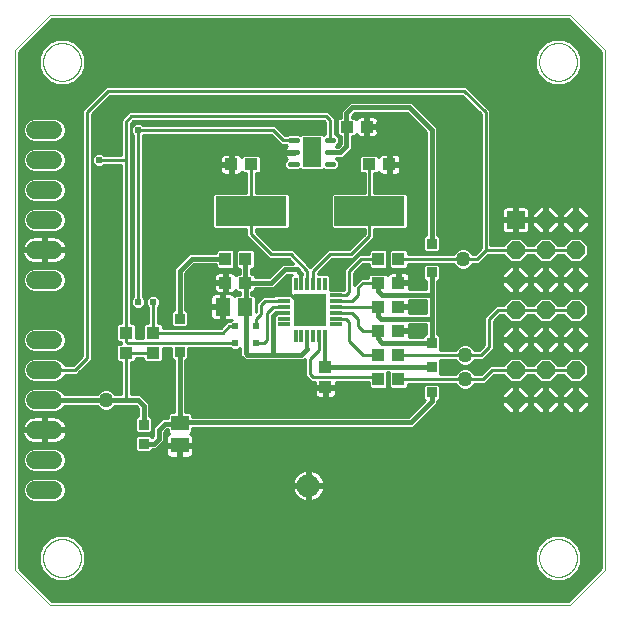
<source format=gtl>
G75*
%MOIN*%
%OFA0B0*%
%FSLAX25Y25*%
%IPPOS*%
%LPD*%
%AMOC8*
5,1,8,0,0,1.08239X$1,22.5*
%
%ADD10R,0.04331X0.03937*%
%ADD11R,0.03937X0.04331*%
%ADD12R,0.05906X0.05118*%
%ADD13R,0.05118X0.05906*%
%ADD14R,0.03543X0.03543*%
%ADD15C,0.05000*%
%ADD16R,0.03937X0.01260*%
%ADD17R,0.01260X0.03937*%
%ADD18R,0.10630X0.10630*%
%ADD19R,0.23622X0.09843*%
%ADD20C,0.00000*%
%ADD21C,0.06000*%
%ADD22OC8,0.06000*%
%ADD23R,0.06000X0.06000*%
%ADD24C,0.01772*%
%ADD25R,0.06299X0.09843*%
%ADD26C,0.07600*%
%ADD27C,0.01000*%
%ADD28C,0.02400*%
%ADD29R,0.03562X0.03562*%
%ADD30C,0.01600*%
%ADD31R,0.03400X0.03400*%
%ADD32C,0.01400*%
D10*
X0053000Y0105154D03*
X0053000Y0111846D03*
X0062000Y0111846D03*
X0062000Y0105154D03*
X0086154Y0128500D03*
X0092846Y0128500D03*
X0094846Y0168000D03*
X0088154Y0168000D03*
X0126654Y0180500D03*
X0133346Y0180500D03*
X0134154Y0168000D03*
X0140846Y0168000D03*
X0143846Y0128500D03*
X0137154Y0128500D03*
X0137154Y0120500D03*
X0143846Y0120500D03*
X0143846Y0112500D03*
X0137154Y0112500D03*
D11*
X0137154Y0104500D03*
X0143846Y0104500D03*
X0143846Y0096500D03*
X0137154Y0096500D03*
X0119500Y0093654D03*
X0119500Y0100346D03*
X0137154Y0136500D03*
X0143846Y0136500D03*
X0092846Y0136500D03*
X0086154Y0136500D03*
D12*
X0071000Y0081740D03*
X0071000Y0074260D03*
D13*
X0085260Y0120500D03*
X0092740Y0120500D03*
D14*
X0059000Y0081150D03*
X0059000Y0074850D03*
D15*
X0046500Y0089500D03*
X0166000Y0096500D03*
X0166000Y0104500D03*
X0165500Y0136500D03*
D16*
X0123220Y0124421D03*
X0123220Y0122453D03*
X0123220Y0120484D03*
X0123220Y0118516D03*
X0123220Y0116547D03*
X0123220Y0114579D03*
X0105780Y0114579D03*
X0105780Y0116547D03*
X0105780Y0118516D03*
X0105780Y0120484D03*
X0105780Y0122453D03*
X0105780Y0124421D03*
D17*
X0109579Y0128220D03*
X0111547Y0128220D03*
X0113516Y0128220D03*
X0115484Y0128220D03*
X0117453Y0128220D03*
X0119421Y0128220D03*
X0119421Y0110780D03*
X0117453Y0110780D03*
X0115484Y0110780D03*
X0113516Y0110780D03*
X0111547Y0110780D03*
X0109579Y0110780D03*
D18*
X0114500Y0119500D03*
D19*
X0094815Y0152500D03*
X0134185Y0152500D03*
D20*
X0190803Y0202102D02*
X0190805Y0202260D01*
X0190811Y0202418D01*
X0190821Y0202576D01*
X0190835Y0202734D01*
X0190853Y0202891D01*
X0190874Y0203048D01*
X0190900Y0203204D01*
X0190930Y0203360D01*
X0190963Y0203515D01*
X0191001Y0203668D01*
X0191042Y0203821D01*
X0191087Y0203973D01*
X0191136Y0204124D01*
X0191189Y0204273D01*
X0191245Y0204421D01*
X0191305Y0204567D01*
X0191369Y0204712D01*
X0191437Y0204855D01*
X0191508Y0204997D01*
X0191582Y0205137D01*
X0191660Y0205274D01*
X0191742Y0205410D01*
X0191826Y0205544D01*
X0191915Y0205675D01*
X0192006Y0205804D01*
X0192101Y0205931D01*
X0192198Y0206056D01*
X0192299Y0206178D01*
X0192403Y0206297D01*
X0192510Y0206414D01*
X0192620Y0206528D01*
X0192733Y0206639D01*
X0192848Y0206748D01*
X0192966Y0206853D01*
X0193087Y0206955D01*
X0193210Y0207055D01*
X0193336Y0207151D01*
X0193464Y0207244D01*
X0193594Y0207334D01*
X0193727Y0207420D01*
X0193862Y0207504D01*
X0193998Y0207583D01*
X0194137Y0207660D01*
X0194278Y0207732D01*
X0194420Y0207802D01*
X0194564Y0207867D01*
X0194710Y0207929D01*
X0194857Y0207987D01*
X0195006Y0208042D01*
X0195156Y0208093D01*
X0195307Y0208140D01*
X0195459Y0208183D01*
X0195612Y0208222D01*
X0195767Y0208258D01*
X0195922Y0208289D01*
X0196078Y0208317D01*
X0196234Y0208341D01*
X0196391Y0208361D01*
X0196549Y0208377D01*
X0196706Y0208389D01*
X0196865Y0208397D01*
X0197023Y0208401D01*
X0197181Y0208401D01*
X0197339Y0208397D01*
X0197498Y0208389D01*
X0197655Y0208377D01*
X0197813Y0208361D01*
X0197970Y0208341D01*
X0198126Y0208317D01*
X0198282Y0208289D01*
X0198437Y0208258D01*
X0198592Y0208222D01*
X0198745Y0208183D01*
X0198897Y0208140D01*
X0199048Y0208093D01*
X0199198Y0208042D01*
X0199347Y0207987D01*
X0199494Y0207929D01*
X0199640Y0207867D01*
X0199784Y0207802D01*
X0199926Y0207732D01*
X0200067Y0207660D01*
X0200206Y0207583D01*
X0200342Y0207504D01*
X0200477Y0207420D01*
X0200610Y0207334D01*
X0200740Y0207244D01*
X0200868Y0207151D01*
X0200994Y0207055D01*
X0201117Y0206955D01*
X0201238Y0206853D01*
X0201356Y0206748D01*
X0201471Y0206639D01*
X0201584Y0206528D01*
X0201694Y0206414D01*
X0201801Y0206297D01*
X0201905Y0206178D01*
X0202006Y0206056D01*
X0202103Y0205931D01*
X0202198Y0205804D01*
X0202289Y0205675D01*
X0202378Y0205544D01*
X0202462Y0205410D01*
X0202544Y0205274D01*
X0202622Y0205137D01*
X0202696Y0204997D01*
X0202767Y0204855D01*
X0202835Y0204712D01*
X0202899Y0204567D01*
X0202959Y0204421D01*
X0203015Y0204273D01*
X0203068Y0204124D01*
X0203117Y0203973D01*
X0203162Y0203821D01*
X0203203Y0203668D01*
X0203241Y0203515D01*
X0203274Y0203360D01*
X0203304Y0203204D01*
X0203330Y0203048D01*
X0203351Y0202891D01*
X0203369Y0202734D01*
X0203383Y0202576D01*
X0203393Y0202418D01*
X0203399Y0202260D01*
X0203401Y0202102D01*
X0203399Y0201944D01*
X0203393Y0201786D01*
X0203383Y0201628D01*
X0203369Y0201470D01*
X0203351Y0201313D01*
X0203330Y0201156D01*
X0203304Y0201000D01*
X0203274Y0200844D01*
X0203241Y0200689D01*
X0203203Y0200536D01*
X0203162Y0200383D01*
X0203117Y0200231D01*
X0203068Y0200080D01*
X0203015Y0199931D01*
X0202959Y0199783D01*
X0202899Y0199637D01*
X0202835Y0199492D01*
X0202767Y0199349D01*
X0202696Y0199207D01*
X0202622Y0199067D01*
X0202544Y0198930D01*
X0202462Y0198794D01*
X0202378Y0198660D01*
X0202289Y0198529D01*
X0202198Y0198400D01*
X0202103Y0198273D01*
X0202006Y0198148D01*
X0201905Y0198026D01*
X0201801Y0197907D01*
X0201694Y0197790D01*
X0201584Y0197676D01*
X0201471Y0197565D01*
X0201356Y0197456D01*
X0201238Y0197351D01*
X0201117Y0197249D01*
X0200994Y0197149D01*
X0200868Y0197053D01*
X0200740Y0196960D01*
X0200610Y0196870D01*
X0200477Y0196784D01*
X0200342Y0196700D01*
X0200206Y0196621D01*
X0200067Y0196544D01*
X0199926Y0196472D01*
X0199784Y0196402D01*
X0199640Y0196337D01*
X0199494Y0196275D01*
X0199347Y0196217D01*
X0199198Y0196162D01*
X0199048Y0196111D01*
X0198897Y0196064D01*
X0198745Y0196021D01*
X0198592Y0195982D01*
X0198437Y0195946D01*
X0198282Y0195915D01*
X0198126Y0195887D01*
X0197970Y0195863D01*
X0197813Y0195843D01*
X0197655Y0195827D01*
X0197498Y0195815D01*
X0197339Y0195807D01*
X0197181Y0195803D01*
X0197023Y0195803D01*
X0196865Y0195807D01*
X0196706Y0195815D01*
X0196549Y0195827D01*
X0196391Y0195843D01*
X0196234Y0195863D01*
X0196078Y0195887D01*
X0195922Y0195915D01*
X0195767Y0195946D01*
X0195612Y0195982D01*
X0195459Y0196021D01*
X0195307Y0196064D01*
X0195156Y0196111D01*
X0195006Y0196162D01*
X0194857Y0196217D01*
X0194710Y0196275D01*
X0194564Y0196337D01*
X0194420Y0196402D01*
X0194278Y0196472D01*
X0194137Y0196544D01*
X0193998Y0196621D01*
X0193862Y0196700D01*
X0193727Y0196784D01*
X0193594Y0196870D01*
X0193464Y0196960D01*
X0193336Y0197053D01*
X0193210Y0197149D01*
X0193087Y0197249D01*
X0192966Y0197351D01*
X0192848Y0197456D01*
X0192733Y0197565D01*
X0192620Y0197676D01*
X0192510Y0197790D01*
X0192403Y0197907D01*
X0192299Y0198026D01*
X0192198Y0198148D01*
X0192101Y0198273D01*
X0192006Y0198400D01*
X0191915Y0198529D01*
X0191826Y0198660D01*
X0191742Y0198794D01*
X0191660Y0198930D01*
X0191582Y0199067D01*
X0191508Y0199207D01*
X0191437Y0199349D01*
X0191369Y0199492D01*
X0191305Y0199637D01*
X0191245Y0199783D01*
X0191189Y0199931D01*
X0191136Y0200080D01*
X0191087Y0200231D01*
X0191042Y0200383D01*
X0191001Y0200536D01*
X0190963Y0200689D01*
X0190930Y0200844D01*
X0190900Y0201000D01*
X0190874Y0201156D01*
X0190853Y0201313D01*
X0190835Y0201470D01*
X0190821Y0201628D01*
X0190811Y0201786D01*
X0190805Y0201944D01*
X0190803Y0202102D01*
X0201039Y0217850D02*
X0212850Y0206039D01*
X0212850Y0032811D01*
X0201039Y0021000D01*
X0027811Y0021000D01*
X0016000Y0032811D01*
X0016000Y0206039D01*
X0027811Y0217850D01*
X0201039Y0217850D01*
X0025449Y0202102D02*
X0025451Y0202260D01*
X0025457Y0202418D01*
X0025467Y0202576D01*
X0025481Y0202734D01*
X0025499Y0202891D01*
X0025520Y0203048D01*
X0025546Y0203204D01*
X0025576Y0203360D01*
X0025609Y0203515D01*
X0025647Y0203668D01*
X0025688Y0203821D01*
X0025733Y0203973D01*
X0025782Y0204124D01*
X0025835Y0204273D01*
X0025891Y0204421D01*
X0025951Y0204567D01*
X0026015Y0204712D01*
X0026083Y0204855D01*
X0026154Y0204997D01*
X0026228Y0205137D01*
X0026306Y0205274D01*
X0026388Y0205410D01*
X0026472Y0205544D01*
X0026561Y0205675D01*
X0026652Y0205804D01*
X0026747Y0205931D01*
X0026844Y0206056D01*
X0026945Y0206178D01*
X0027049Y0206297D01*
X0027156Y0206414D01*
X0027266Y0206528D01*
X0027379Y0206639D01*
X0027494Y0206748D01*
X0027612Y0206853D01*
X0027733Y0206955D01*
X0027856Y0207055D01*
X0027982Y0207151D01*
X0028110Y0207244D01*
X0028240Y0207334D01*
X0028373Y0207420D01*
X0028508Y0207504D01*
X0028644Y0207583D01*
X0028783Y0207660D01*
X0028924Y0207732D01*
X0029066Y0207802D01*
X0029210Y0207867D01*
X0029356Y0207929D01*
X0029503Y0207987D01*
X0029652Y0208042D01*
X0029802Y0208093D01*
X0029953Y0208140D01*
X0030105Y0208183D01*
X0030258Y0208222D01*
X0030413Y0208258D01*
X0030568Y0208289D01*
X0030724Y0208317D01*
X0030880Y0208341D01*
X0031037Y0208361D01*
X0031195Y0208377D01*
X0031352Y0208389D01*
X0031511Y0208397D01*
X0031669Y0208401D01*
X0031827Y0208401D01*
X0031985Y0208397D01*
X0032144Y0208389D01*
X0032301Y0208377D01*
X0032459Y0208361D01*
X0032616Y0208341D01*
X0032772Y0208317D01*
X0032928Y0208289D01*
X0033083Y0208258D01*
X0033238Y0208222D01*
X0033391Y0208183D01*
X0033543Y0208140D01*
X0033694Y0208093D01*
X0033844Y0208042D01*
X0033993Y0207987D01*
X0034140Y0207929D01*
X0034286Y0207867D01*
X0034430Y0207802D01*
X0034572Y0207732D01*
X0034713Y0207660D01*
X0034852Y0207583D01*
X0034988Y0207504D01*
X0035123Y0207420D01*
X0035256Y0207334D01*
X0035386Y0207244D01*
X0035514Y0207151D01*
X0035640Y0207055D01*
X0035763Y0206955D01*
X0035884Y0206853D01*
X0036002Y0206748D01*
X0036117Y0206639D01*
X0036230Y0206528D01*
X0036340Y0206414D01*
X0036447Y0206297D01*
X0036551Y0206178D01*
X0036652Y0206056D01*
X0036749Y0205931D01*
X0036844Y0205804D01*
X0036935Y0205675D01*
X0037024Y0205544D01*
X0037108Y0205410D01*
X0037190Y0205274D01*
X0037268Y0205137D01*
X0037342Y0204997D01*
X0037413Y0204855D01*
X0037481Y0204712D01*
X0037545Y0204567D01*
X0037605Y0204421D01*
X0037661Y0204273D01*
X0037714Y0204124D01*
X0037763Y0203973D01*
X0037808Y0203821D01*
X0037849Y0203668D01*
X0037887Y0203515D01*
X0037920Y0203360D01*
X0037950Y0203204D01*
X0037976Y0203048D01*
X0037997Y0202891D01*
X0038015Y0202734D01*
X0038029Y0202576D01*
X0038039Y0202418D01*
X0038045Y0202260D01*
X0038047Y0202102D01*
X0038045Y0201944D01*
X0038039Y0201786D01*
X0038029Y0201628D01*
X0038015Y0201470D01*
X0037997Y0201313D01*
X0037976Y0201156D01*
X0037950Y0201000D01*
X0037920Y0200844D01*
X0037887Y0200689D01*
X0037849Y0200536D01*
X0037808Y0200383D01*
X0037763Y0200231D01*
X0037714Y0200080D01*
X0037661Y0199931D01*
X0037605Y0199783D01*
X0037545Y0199637D01*
X0037481Y0199492D01*
X0037413Y0199349D01*
X0037342Y0199207D01*
X0037268Y0199067D01*
X0037190Y0198930D01*
X0037108Y0198794D01*
X0037024Y0198660D01*
X0036935Y0198529D01*
X0036844Y0198400D01*
X0036749Y0198273D01*
X0036652Y0198148D01*
X0036551Y0198026D01*
X0036447Y0197907D01*
X0036340Y0197790D01*
X0036230Y0197676D01*
X0036117Y0197565D01*
X0036002Y0197456D01*
X0035884Y0197351D01*
X0035763Y0197249D01*
X0035640Y0197149D01*
X0035514Y0197053D01*
X0035386Y0196960D01*
X0035256Y0196870D01*
X0035123Y0196784D01*
X0034988Y0196700D01*
X0034852Y0196621D01*
X0034713Y0196544D01*
X0034572Y0196472D01*
X0034430Y0196402D01*
X0034286Y0196337D01*
X0034140Y0196275D01*
X0033993Y0196217D01*
X0033844Y0196162D01*
X0033694Y0196111D01*
X0033543Y0196064D01*
X0033391Y0196021D01*
X0033238Y0195982D01*
X0033083Y0195946D01*
X0032928Y0195915D01*
X0032772Y0195887D01*
X0032616Y0195863D01*
X0032459Y0195843D01*
X0032301Y0195827D01*
X0032144Y0195815D01*
X0031985Y0195807D01*
X0031827Y0195803D01*
X0031669Y0195803D01*
X0031511Y0195807D01*
X0031352Y0195815D01*
X0031195Y0195827D01*
X0031037Y0195843D01*
X0030880Y0195863D01*
X0030724Y0195887D01*
X0030568Y0195915D01*
X0030413Y0195946D01*
X0030258Y0195982D01*
X0030105Y0196021D01*
X0029953Y0196064D01*
X0029802Y0196111D01*
X0029652Y0196162D01*
X0029503Y0196217D01*
X0029356Y0196275D01*
X0029210Y0196337D01*
X0029066Y0196402D01*
X0028924Y0196472D01*
X0028783Y0196544D01*
X0028644Y0196621D01*
X0028508Y0196700D01*
X0028373Y0196784D01*
X0028240Y0196870D01*
X0028110Y0196960D01*
X0027982Y0197053D01*
X0027856Y0197149D01*
X0027733Y0197249D01*
X0027612Y0197351D01*
X0027494Y0197456D01*
X0027379Y0197565D01*
X0027266Y0197676D01*
X0027156Y0197790D01*
X0027049Y0197907D01*
X0026945Y0198026D01*
X0026844Y0198148D01*
X0026747Y0198273D01*
X0026652Y0198400D01*
X0026561Y0198529D01*
X0026472Y0198660D01*
X0026388Y0198794D01*
X0026306Y0198930D01*
X0026228Y0199067D01*
X0026154Y0199207D01*
X0026083Y0199349D01*
X0026015Y0199492D01*
X0025951Y0199637D01*
X0025891Y0199783D01*
X0025835Y0199931D01*
X0025782Y0200080D01*
X0025733Y0200231D01*
X0025688Y0200383D01*
X0025647Y0200536D01*
X0025609Y0200689D01*
X0025576Y0200844D01*
X0025546Y0201000D01*
X0025520Y0201156D01*
X0025499Y0201313D01*
X0025481Y0201470D01*
X0025467Y0201628D01*
X0025457Y0201786D01*
X0025451Y0201944D01*
X0025449Y0202102D01*
X0025449Y0036748D02*
X0025451Y0036906D01*
X0025457Y0037064D01*
X0025467Y0037222D01*
X0025481Y0037380D01*
X0025499Y0037537D01*
X0025520Y0037694D01*
X0025546Y0037850D01*
X0025576Y0038006D01*
X0025609Y0038161D01*
X0025647Y0038314D01*
X0025688Y0038467D01*
X0025733Y0038619D01*
X0025782Y0038770D01*
X0025835Y0038919D01*
X0025891Y0039067D01*
X0025951Y0039213D01*
X0026015Y0039358D01*
X0026083Y0039501D01*
X0026154Y0039643D01*
X0026228Y0039783D01*
X0026306Y0039920D01*
X0026388Y0040056D01*
X0026472Y0040190D01*
X0026561Y0040321D01*
X0026652Y0040450D01*
X0026747Y0040577D01*
X0026844Y0040702D01*
X0026945Y0040824D01*
X0027049Y0040943D01*
X0027156Y0041060D01*
X0027266Y0041174D01*
X0027379Y0041285D01*
X0027494Y0041394D01*
X0027612Y0041499D01*
X0027733Y0041601D01*
X0027856Y0041701D01*
X0027982Y0041797D01*
X0028110Y0041890D01*
X0028240Y0041980D01*
X0028373Y0042066D01*
X0028508Y0042150D01*
X0028644Y0042229D01*
X0028783Y0042306D01*
X0028924Y0042378D01*
X0029066Y0042448D01*
X0029210Y0042513D01*
X0029356Y0042575D01*
X0029503Y0042633D01*
X0029652Y0042688D01*
X0029802Y0042739D01*
X0029953Y0042786D01*
X0030105Y0042829D01*
X0030258Y0042868D01*
X0030413Y0042904D01*
X0030568Y0042935D01*
X0030724Y0042963D01*
X0030880Y0042987D01*
X0031037Y0043007D01*
X0031195Y0043023D01*
X0031352Y0043035D01*
X0031511Y0043043D01*
X0031669Y0043047D01*
X0031827Y0043047D01*
X0031985Y0043043D01*
X0032144Y0043035D01*
X0032301Y0043023D01*
X0032459Y0043007D01*
X0032616Y0042987D01*
X0032772Y0042963D01*
X0032928Y0042935D01*
X0033083Y0042904D01*
X0033238Y0042868D01*
X0033391Y0042829D01*
X0033543Y0042786D01*
X0033694Y0042739D01*
X0033844Y0042688D01*
X0033993Y0042633D01*
X0034140Y0042575D01*
X0034286Y0042513D01*
X0034430Y0042448D01*
X0034572Y0042378D01*
X0034713Y0042306D01*
X0034852Y0042229D01*
X0034988Y0042150D01*
X0035123Y0042066D01*
X0035256Y0041980D01*
X0035386Y0041890D01*
X0035514Y0041797D01*
X0035640Y0041701D01*
X0035763Y0041601D01*
X0035884Y0041499D01*
X0036002Y0041394D01*
X0036117Y0041285D01*
X0036230Y0041174D01*
X0036340Y0041060D01*
X0036447Y0040943D01*
X0036551Y0040824D01*
X0036652Y0040702D01*
X0036749Y0040577D01*
X0036844Y0040450D01*
X0036935Y0040321D01*
X0037024Y0040190D01*
X0037108Y0040056D01*
X0037190Y0039920D01*
X0037268Y0039783D01*
X0037342Y0039643D01*
X0037413Y0039501D01*
X0037481Y0039358D01*
X0037545Y0039213D01*
X0037605Y0039067D01*
X0037661Y0038919D01*
X0037714Y0038770D01*
X0037763Y0038619D01*
X0037808Y0038467D01*
X0037849Y0038314D01*
X0037887Y0038161D01*
X0037920Y0038006D01*
X0037950Y0037850D01*
X0037976Y0037694D01*
X0037997Y0037537D01*
X0038015Y0037380D01*
X0038029Y0037222D01*
X0038039Y0037064D01*
X0038045Y0036906D01*
X0038047Y0036748D01*
X0038045Y0036590D01*
X0038039Y0036432D01*
X0038029Y0036274D01*
X0038015Y0036116D01*
X0037997Y0035959D01*
X0037976Y0035802D01*
X0037950Y0035646D01*
X0037920Y0035490D01*
X0037887Y0035335D01*
X0037849Y0035182D01*
X0037808Y0035029D01*
X0037763Y0034877D01*
X0037714Y0034726D01*
X0037661Y0034577D01*
X0037605Y0034429D01*
X0037545Y0034283D01*
X0037481Y0034138D01*
X0037413Y0033995D01*
X0037342Y0033853D01*
X0037268Y0033713D01*
X0037190Y0033576D01*
X0037108Y0033440D01*
X0037024Y0033306D01*
X0036935Y0033175D01*
X0036844Y0033046D01*
X0036749Y0032919D01*
X0036652Y0032794D01*
X0036551Y0032672D01*
X0036447Y0032553D01*
X0036340Y0032436D01*
X0036230Y0032322D01*
X0036117Y0032211D01*
X0036002Y0032102D01*
X0035884Y0031997D01*
X0035763Y0031895D01*
X0035640Y0031795D01*
X0035514Y0031699D01*
X0035386Y0031606D01*
X0035256Y0031516D01*
X0035123Y0031430D01*
X0034988Y0031346D01*
X0034852Y0031267D01*
X0034713Y0031190D01*
X0034572Y0031118D01*
X0034430Y0031048D01*
X0034286Y0030983D01*
X0034140Y0030921D01*
X0033993Y0030863D01*
X0033844Y0030808D01*
X0033694Y0030757D01*
X0033543Y0030710D01*
X0033391Y0030667D01*
X0033238Y0030628D01*
X0033083Y0030592D01*
X0032928Y0030561D01*
X0032772Y0030533D01*
X0032616Y0030509D01*
X0032459Y0030489D01*
X0032301Y0030473D01*
X0032144Y0030461D01*
X0031985Y0030453D01*
X0031827Y0030449D01*
X0031669Y0030449D01*
X0031511Y0030453D01*
X0031352Y0030461D01*
X0031195Y0030473D01*
X0031037Y0030489D01*
X0030880Y0030509D01*
X0030724Y0030533D01*
X0030568Y0030561D01*
X0030413Y0030592D01*
X0030258Y0030628D01*
X0030105Y0030667D01*
X0029953Y0030710D01*
X0029802Y0030757D01*
X0029652Y0030808D01*
X0029503Y0030863D01*
X0029356Y0030921D01*
X0029210Y0030983D01*
X0029066Y0031048D01*
X0028924Y0031118D01*
X0028783Y0031190D01*
X0028644Y0031267D01*
X0028508Y0031346D01*
X0028373Y0031430D01*
X0028240Y0031516D01*
X0028110Y0031606D01*
X0027982Y0031699D01*
X0027856Y0031795D01*
X0027733Y0031895D01*
X0027612Y0031997D01*
X0027494Y0032102D01*
X0027379Y0032211D01*
X0027266Y0032322D01*
X0027156Y0032436D01*
X0027049Y0032553D01*
X0026945Y0032672D01*
X0026844Y0032794D01*
X0026747Y0032919D01*
X0026652Y0033046D01*
X0026561Y0033175D01*
X0026472Y0033306D01*
X0026388Y0033440D01*
X0026306Y0033576D01*
X0026228Y0033713D01*
X0026154Y0033853D01*
X0026083Y0033995D01*
X0026015Y0034138D01*
X0025951Y0034283D01*
X0025891Y0034429D01*
X0025835Y0034577D01*
X0025782Y0034726D01*
X0025733Y0034877D01*
X0025688Y0035029D01*
X0025647Y0035182D01*
X0025609Y0035335D01*
X0025576Y0035490D01*
X0025546Y0035646D01*
X0025520Y0035802D01*
X0025499Y0035959D01*
X0025481Y0036116D01*
X0025467Y0036274D01*
X0025457Y0036432D01*
X0025451Y0036590D01*
X0025449Y0036748D01*
X0190803Y0036748D02*
X0190805Y0036906D01*
X0190811Y0037064D01*
X0190821Y0037222D01*
X0190835Y0037380D01*
X0190853Y0037537D01*
X0190874Y0037694D01*
X0190900Y0037850D01*
X0190930Y0038006D01*
X0190963Y0038161D01*
X0191001Y0038314D01*
X0191042Y0038467D01*
X0191087Y0038619D01*
X0191136Y0038770D01*
X0191189Y0038919D01*
X0191245Y0039067D01*
X0191305Y0039213D01*
X0191369Y0039358D01*
X0191437Y0039501D01*
X0191508Y0039643D01*
X0191582Y0039783D01*
X0191660Y0039920D01*
X0191742Y0040056D01*
X0191826Y0040190D01*
X0191915Y0040321D01*
X0192006Y0040450D01*
X0192101Y0040577D01*
X0192198Y0040702D01*
X0192299Y0040824D01*
X0192403Y0040943D01*
X0192510Y0041060D01*
X0192620Y0041174D01*
X0192733Y0041285D01*
X0192848Y0041394D01*
X0192966Y0041499D01*
X0193087Y0041601D01*
X0193210Y0041701D01*
X0193336Y0041797D01*
X0193464Y0041890D01*
X0193594Y0041980D01*
X0193727Y0042066D01*
X0193862Y0042150D01*
X0193998Y0042229D01*
X0194137Y0042306D01*
X0194278Y0042378D01*
X0194420Y0042448D01*
X0194564Y0042513D01*
X0194710Y0042575D01*
X0194857Y0042633D01*
X0195006Y0042688D01*
X0195156Y0042739D01*
X0195307Y0042786D01*
X0195459Y0042829D01*
X0195612Y0042868D01*
X0195767Y0042904D01*
X0195922Y0042935D01*
X0196078Y0042963D01*
X0196234Y0042987D01*
X0196391Y0043007D01*
X0196549Y0043023D01*
X0196706Y0043035D01*
X0196865Y0043043D01*
X0197023Y0043047D01*
X0197181Y0043047D01*
X0197339Y0043043D01*
X0197498Y0043035D01*
X0197655Y0043023D01*
X0197813Y0043007D01*
X0197970Y0042987D01*
X0198126Y0042963D01*
X0198282Y0042935D01*
X0198437Y0042904D01*
X0198592Y0042868D01*
X0198745Y0042829D01*
X0198897Y0042786D01*
X0199048Y0042739D01*
X0199198Y0042688D01*
X0199347Y0042633D01*
X0199494Y0042575D01*
X0199640Y0042513D01*
X0199784Y0042448D01*
X0199926Y0042378D01*
X0200067Y0042306D01*
X0200206Y0042229D01*
X0200342Y0042150D01*
X0200477Y0042066D01*
X0200610Y0041980D01*
X0200740Y0041890D01*
X0200868Y0041797D01*
X0200994Y0041701D01*
X0201117Y0041601D01*
X0201238Y0041499D01*
X0201356Y0041394D01*
X0201471Y0041285D01*
X0201584Y0041174D01*
X0201694Y0041060D01*
X0201801Y0040943D01*
X0201905Y0040824D01*
X0202006Y0040702D01*
X0202103Y0040577D01*
X0202198Y0040450D01*
X0202289Y0040321D01*
X0202378Y0040190D01*
X0202462Y0040056D01*
X0202544Y0039920D01*
X0202622Y0039783D01*
X0202696Y0039643D01*
X0202767Y0039501D01*
X0202835Y0039358D01*
X0202899Y0039213D01*
X0202959Y0039067D01*
X0203015Y0038919D01*
X0203068Y0038770D01*
X0203117Y0038619D01*
X0203162Y0038467D01*
X0203203Y0038314D01*
X0203241Y0038161D01*
X0203274Y0038006D01*
X0203304Y0037850D01*
X0203330Y0037694D01*
X0203351Y0037537D01*
X0203369Y0037380D01*
X0203383Y0037222D01*
X0203393Y0037064D01*
X0203399Y0036906D01*
X0203401Y0036748D01*
X0203399Y0036590D01*
X0203393Y0036432D01*
X0203383Y0036274D01*
X0203369Y0036116D01*
X0203351Y0035959D01*
X0203330Y0035802D01*
X0203304Y0035646D01*
X0203274Y0035490D01*
X0203241Y0035335D01*
X0203203Y0035182D01*
X0203162Y0035029D01*
X0203117Y0034877D01*
X0203068Y0034726D01*
X0203015Y0034577D01*
X0202959Y0034429D01*
X0202899Y0034283D01*
X0202835Y0034138D01*
X0202767Y0033995D01*
X0202696Y0033853D01*
X0202622Y0033713D01*
X0202544Y0033576D01*
X0202462Y0033440D01*
X0202378Y0033306D01*
X0202289Y0033175D01*
X0202198Y0033046D01*
X0202103Y0032919D01*
X0202006Y0032794D01*
X0201905Y0032672D01*
X0201801Y0032553D01*
X0201694Y0032436D01*
X0201584Y0032322D01*
X0201471Y0032211D01*
X0201356Y0032102D01*
X0201238Y0031997D01*
X0201117Y0031895D01*
X0200994Y0031795D01*
X0200868Y0031699D01*
X0200740Y0031606D01*
X0200610Y0031516D01*
X0200477Y0031430D01*
X0200342Y0031346D01*
X0200206Y0031267D01*
X0200067Y0031190D01*
X0199926Y0031118D01*
X0199784Y0031048D01*
X0199640Y0030983D01*
X0199494Y0030921D01*
X0199347Y0030863D01*
X0199198Y0030808D01*
X0199048Y0030757D01*
X0198897Y0030710D01*
X0198745Y0030667D01*
X0198592Y0030628D01*
X0198437Y0030592D01*
X0198282Y0030561D01*
X0198126Y0030533D01*
X0197970Y0030509D01*
X0197813Y0030489D01*
X0197655Y0030473D01*
X0197498Y0030461D01*
X0197339Y0030453D01*
X0197181Y0030449D01*
X0197023Y0030449D01*
X0196865Y0030453D01*
X0196706Y0030461D01*
X0196549Y0030473D01*
X0196391Y0030489D01*
X0196234Y0030509D01*
X0196078Y0030533D01*
X0195922Y0030561D01*
X0195767Y0030592D01*
X0195612Y0030628D01*
X0195459Y0030667D01*
X0195307Y0030710D01*
X0195156Y0030757D01*
X0195006Y0030808D01*
X0194857Y0030863D01*
X0194710Y0030921D01*
X0194564Y0030983D01*
X0194420Y0031048D01*
X0194278Y0031118D01*
X0194137Y0031190D01*
X0193998Y0031267D01*
X0193862Y0031346D01*
X0193727Y0031430D01*
X0193594Y0031516D01*
X0193464Y0031606D01*
X0193336Y0031699D01*
X0193210Y0031795D01*
X0193087Y0031895D01*
X0192966Y0031997D01*
X0192848Y0032102D01*
X0192733Y0032211D01*
X0192620Y0032322D01*
X0192510Y0032436D01*
X0192403Y0032553D01*
X0192299Y0032672D01*
X0192198Y0032794D01*
X0192101Y0032919D01*
X0192006Y0033046D01*
X0191915Y0033175D01*
X0191826Y0033306D01*
X0191742Y0033440D01*
X0191660Y0033576D01*
X0191582Y0033713D01*
X0191508Y0033853D01*
X0191437Y0033995D01*
X0191369Y0034138D01*
X0191305Y0034283D01*
X0191245Y0034429D01*
X0191189Y0034577D01*
X0191136Y0034726D01*
X0191087Y0034877D01*
X0191042Y0035029D01*
X0191001Y0035182D01*
X0190963Y0035335D01*
X0190930Y0035490D01*
X0190900Y0035646D01*
X0190874Y0035802D01*
X0190853Y0035959D01*
X0190835Y0036116D01*
X0190821Y0036274D01*
X0190811Y0036432D01*
X0190805Y0036590D01*
X0190803Y0036748D01*
D21*
X0028843Y0059425D02*
X0022843Y0059425D01*
X0022843Y0069425D02*
X0028843Y0069425D01*
X0028843Y0079425D02*
X0022843Y0079425D01*
X0022843Y0089425D02*
X0028843Y0089425D01*
X0028843Y0099425D02*
X0022843Y0099425D01*
X0022843Y0109425D02*
X0028843Y0109425D01*
X0028843Y0129425D02*
X0022843Y0129425D01*
X0022843Y0139425D02*
X0028843Y0139425D01*
X0028843Y0149425D02*
X0022843Y0149425D01*
X0022843Y0159425D02*
X0028843Y0159425D01*
X0028843Y0169425D02*
X0022843Y0169425D01*
X0022843Y0179425D02*
X0028843Y0179425D01*
D22*
X0182969Y0139425D03*
X0192969Y0139425D03*
X0202969Y0139425D03*
X0202969Y0149425D03*
X0192969Y0149425D03*
X0192969Y0129425D03*
X0202969Y0129425D03*
X0202969Y0119425D03*
X0202969Y0109425D03*
X0202969Y0099425D03*
X0192969Y0099425D03*
X0192969Y0109425D03*
X0192969Y0119425D03*
X0182969Y0119425D03*
X0182969Y0109425D03*
X0182969Y0099425D03*
X0182969Y0089425D03*
X0192969Y0089425D03*
X0202969Y0089425D03*
X0182969Y0129425D03*
D23*
X0182969Y0149425D03*
D24*
X0122184Y0168063D02*
X0120020Y0168063D01*
X0120020Y0172000D02*
X0122184Y0172000D01*
X0122184Y0175937D02*
X0120020Y0175937D01*
X0109980Y0175937D02*
X0107816Y0175937D01*
X0107816Y0172000D02*
X0109980Y0172000D01*
X0109980Y0168063D02*
X0107816Y0168063D01*
D25*
X0115000Y0172000D03*
D26*
X0113800Y0060900D03*
D27*
X0025938Y0024994D02*
X0202912Y0024994D01*
X0201914Y0023996D02*
X0026937Y0023996D01*
X0027935Y0022997D02*
X0200915Y0022997D01*
X0200418Y0022500D02*
X0028432Y0022500D01*
X0017500Y0033432D01*
X0017500Y0205418D01*
X0028432Y0216350D01*
X0200418Y0216350D01*
X0211350Y0205418D01*
X0211350Y0033432D01*
X0200418Y0022500D01*
X0203911Y0025993D02*
X0024940Y0025993D01*
X0023941Y0026991D02*
X0204909Y0026991D01*
X0205908Y0027990D02*
X0022943Y0027990D01*
X0021944Y0028988D02*
X0030102Y0028988D01*
X0030197Y0028949D02*
X0033299Y0028949D01*
X0036166Y0030136D01*
X0038360Y0032330D01*
X0039547Y0035197D01*
X0039547Y0038299D01*
X0038360Y0041166D01*
X0036166Y0043360D01*
X0033299Y0044547D01*
X0030197Y0044547D01*
X0027330Y0043360D01*
X0025136Y0041166D01*
X0023949Y0038299D01*
X0023949Y0035197D01*
X0025136Y0032330D01*
X0027330Y0030136D01*
X0030197Y0028949D01*
X0027691Y0029987D02*
X0020946Y0029987D01*
X0019947Y0030985D02*
X0026481Y0030985D01*
X0025483Y0031984D02*
X0018949Y0031984D01*
X0017950Y0032982D02*
X0024866Y0032982D01*
X0024452Y0033981D02*
X0017500Y0033981D01*
X0017500Y0034979D02*
X0024039Y0034979D01*
X0023949Y0035978D02*
X0017500Y0035978D01*
X0017500Y0036976D02*
X0023949Y0036976D01*
X0023949Y0037975D02*
X0017500Y0037975D01*
X0017500Y0038973D02*
X0024228Y0038973D01*
X0024642Y0039972D02*
X0017500Y0039972D01*
X0017500Y0040970D02*
X0025055Y0040970D01*
X0025939Y0041969D02*
X0017500Y0041969D01*
X0017500Y0042967D02*
X0026937Y0042967D01*
X0028793Y0043966D02*
X0017500Y0043966D01*
X0017500Y0044964D02*
X0211350Y0044964D01*
X0211350Y0043966D02*
X0200058Y0043966D01*
X0198654Y0044547D02*
X0195551Y0044547D01*
X0192684Y0043360D01*
X0190491Y0041166D01*
X0189303Y0038299D01*
X0189303Y0035197D01*
X0190491Y0032330D01*
X0192684Y0030136D01*
X0195551Y0028949D01*
X0198654Y0028949D01*
X0201520Y0030136D01*
X0203714Y0032330D01*
X0204902Y0035197D01*
X0204902Y0038299D01*
X0203714Y0041166D01*
X0201520Y0043360D01*
X0198654Y0044547D01*
X0201913Y0042967D02*
X0211350Y0042967D01*
X0211350Y0041969D02*
X0202911Y0041969D01*
X0203795Y0040970D02*
X0211350Y0040970D01*
X0211350Y0039972D02*
X0204209Y0039972D01*
X0204622Y0038973D02*
X0211350Y0038973D01*
X0211350Y0037975D02*
X0204902Y0037975D01*
X0204902Y0036976D02*
X0211350Y0036976D01*
X0211350Y0035978D02*
X0204902Y0035978D01*
X0204811Y0034979D02*
X0211350Y0034979D01*
X0211350Y0033981D02*
X0204398Y0033981D01*
X0203984Y0032982D02*
X0210900Y0032982D01*
X0209902Y0031984D02*
X0203368Y0031984D01*
X0202369Y0030985D02*
X0208903Y0030985D01*
X0207905Y0029987D02*
X0201159Y0029987D01*
X0198749Y0028988D02*
X0206906Y0028988D01*
X0195456Y0028988D02*
X0033394Y0028988D01*
X0035805Y0029987D02*
X0193046Y0029987D01*
X0191836Y0030985D02*
X0037015Y0030985D01*
X0038013Y0031984D02*
X0190837Y0031984D01*
X0190220Y0032982D02*
X0038630Y0032982D01*
X0039044Y0033981D02*
X0189807Y0033981D01*
X0189393Y0034979D02*
X0039457Y0034979D01*
X0039547Y0035978D02*
X0189303Y0035978D01*
X0189303Y0036976D02*
X0039547Y0036976D01*
X0039547Y0037975D02*
X0189303Y0037975D01*
X0189582Y0038973D02*
X0039268Y0038973D01*
X0038855Y0039972D02*
X0189996Y0039972D01*
X0190409Y0040970D02*
X0038441Y0040970D01*
X0037557Y0041969D02*
X0191293Y0041969D01*
X0192292Y0042967D02*
X0036559Y0042967D01*
X0034703Y0043966D02*
X0194147Y0043966D01*
X0211350Y0045963D02*
X0017500Y0045963D01*
X0017500Y0046961D02*
X0211350Y0046961D01*
X0211350Y0047960D02*
X0017500Y0047960D01*
X0017500Y0048958D02*
X0211350Y0048958D01*
X0211350Y0049957D02*
X0017500Y0049957D01*
X0017500Y0050955D02*
X0211350Y0050955D01*
X0211350Y0051954D02*
X0017500Y0051954D01*
X0017500Y0052952D02*
X0211350Y0052952D01*
X0211350Y0053951D02*
X0017500Y0053951D01*
X0017500Y0054949D02*
X0211350Y0054949D01*
X0211350Y0055948D02*
X0115710Y0055948D01*
X0115834Y0055988D02*
X0116578Y0056367D01*
X0117253Y0056857D01*
X0117843Y0057447D01*
X0118333Y0058122D01*
X0118712Y0058866D01*
X0118969Y0059659D01*
X0119089Y0060416D01*
X0114284Y0060416D01*
X0114284Y0055611D01*
X0115041Y0055730D01*
X0115834Y0055988D01*
X0114284Y0055948D02*
X0113316Y0055948D01*
X0113316Y0055611D02*
X0113316Y0060416D01*
X0114284Y0060416D01*
X0114284Y0061384D01*
X0119089Y0061384D01*
X0118969Y0062141D01*
X0118712Y0062934D01*
X0118333Y0063678D01*
X0117843Y0064353D01*
X0117253Y0064943D01*
X0116578Y0065433D01*
X0115834Y0065812D01*
X0115041Y0066069D01*
X0114284Y0066189D01*
X0114284Y0061384D01*
X0113316Y0061384D01*
X0113316Y0060416D01*
X0108511Y0060416D01*
X0108630Y0059659D01*
X0108888Y0058866D01*
X0109267Y0058122D01*
X0109757Y0057447D01*
X0110347Y0056857D01*
X0111022Y0056367D01*
X0111766Y0055988D01*
X0112559Y0055730D01*
X0113316Y0055611D01*
X0113316Y0056946D02*
X0114284Y0056946D01*
X0114284Y0057945D02*
X0113316Y0057945D01*
X0113316Y0058943D02*
X0114284Y0058943D01*
X0114284Y0059942D02*
X0113316Y0059942D01*
X0113316Y0060940D02*
X0032653Y0060940D01*
X0032943Y0060241D02*
X0032318Y0061748D01*
X0031165Y0062901D01*
X0029658Y0063525D01*
X0022027Y0063525D01*
X0020520Y0062901D01*
X0019367Y0061748D01*
X0018743Y0060241D01*
X0018743Y0058610D01*
X0019367Y0057103D01*
X0020520Y0055949D01*
X0022027Y0055325D01*
X0029658Y0055325D01*
X0031165Y0055949D01*
X0032318Y0057103D01*
X0032943Y0058610D01*
X0032943Y0060241D01*
X0032943Y0059942D02*
X0108586Y0059942D01*
X0108863Y0058943D02*
X0032943Y0058943D01*
X0032667Y0057945D02*
X0109396Y0057945D01*
X0110258Y0056946D02*
X0032162Y0056946D01*
X0031161Y0055948D02*
X0111890Y0055948D01*
X0114284Y0060940D02*
X0211350Y0060940D01*
X0211350Y0059942D02*
X0119014Y0059942D01*
X0118737Y0058943D02*
X0211350Y0058943D01*
X0211350Y0057945D02*
X0118204Y0057945D01*
X0117342Y0056946D02*
X0211350Y0056946D01*
X0211350Y0061939D02*
X0119002Y0061939D01*
X0118710Y0062937D02*
X0211350Y0062937D01*
X0211350Y0063936D02*
X0118145Y0063936D01*
X0117261Y0064934D02*
X0211350Y0064934D01*
X0211350Y0065933D02*
X0115461Y0065933D01*
X0114284Y0065933D02*
X0113316Y0065933D01*
X0113316Y0066189D02*
X0112559Y0066069D01*
X0111766Y0065812D01*
X0111022Y0065433D01*
X0110347Y0064943D01*
X0109757Y0064353D01*
X0109267Y0063678D01*
X0108888Y0062934D01*
X0108630Y0062141D01*
X0108511Y0061384D01*
X0113316Y0061384D01*
X0113316Y0066189D01*
X0112139Y0065933D02*
X0031125Y0065933D01*
X0031165Y0065949D02*
X0032318Y0067103D01*
X0032943Y0068610D01*
X0032943Y0070241D01*
X0032318Y0071748D01*
X0031165Y0072901D01*
X0029658Y0073525D01*
X0022027Y0073525D01*
X0020520Y0072901D01*
X0019367Y0071748D01*
X0018743Y0070241D01*
X0018743Y0068610D01*
X0019367Y0067103D01*
X0020520Y0065949D01*
X0022027Y0065325D01*
X0029658Y0065325D01*
X0031165Y0065949D01*
X0032147Y0066932D02*
X0211350Y0066932D01*
X0211350Y0067930D02*
X0032661Y0067930D01*
X0032943Y0068929D02*
X0211350Y0068929D01*
X0211350Y0069927D02*
X0032943Y0069927D01*
X0032659Y0070926D02*
X0066763Y0070926D01*
X0066847Y0070780D02*
X0066649Y0071122D01*
X0066547Y0071503D01*
X0066547Y0073760D01*
X0070500Y0073760D01*
X0070500Y0074760D01*
X0066547Y0074760D01*
X0066547Y0077016D01*
X0066649Y0077398D01*
X0066847Y0077740D01*
X0067126Y0078019D01*
X0067461Y0078212D01*
X0066947Y0078725D01*
X0066947Y0079600D01*
X0066787Y0079600D01*
X0065900Y0078713D01*
X0065900Y0075713D01*
X0064787Y0074600D01*
X0063137Y0072950D01*
X0061872Y0072950D01*
X0061872Y0072623D01*
X0061227Y0071979D01*
X0056773Y0071979D01*
X0056128Y0072623D01*
X0056128Y0077078D01*
X0056773Y0077722D01*
X0061227Y0077722D01*
X0061872Y0077078D01*
X0061872Y0077059D01*
X0062100Y0077287D01*
X0062100Y0080287D01*
X0064100Y0082287D01*
X0065213Y0083400D01*
X0066947Y0083400D01*
X0066947Y0084755D01*
X0067592Y0085399D01*
X0069100Y0085399D01*
X0069100Y0102619D01*
X0068763Y0102619D01*
X0068119Y0103263D01*
X0068119Y0106900D01*
X0065265Y0106900D01*
X0065265Y0102729D01*
X0064621Y0102085D01*
X0059379Y0102085D01*
X0058735Y0102729D01*
X0058735Y0103554D01*
X0056265Y0103554D01*
X0056265Y0102729D01*
X0055621Y0102085D01*
X0054600Y0102085D01*
X0054600Y0091325D01*
X0057862Y0091325D01*
X0059787Y0089400D01*
X0060900Y0088287D01*
X0060900Y0084021D01*
X0061227Y0084021D01*
X0061872Y0083377D01*
X0061872Y0078922D01*
X0061227Y0078278D01*
X0056773Y0078278D01*
X0056128Y0078922D01*
X0056128Y0083377D01*
X0056773Y0084021D01*
X0057100Y0084021D01*
X0057100Y0086713D01*
X0056288Y0087525D01*
X0049579Y0087525D01*
X0049552Y0087461D01*
X0048539Y0086448D01*
X0047216Y0085900D01*
X0045784Y0085900D01*
X0044461Y0086448D01*
X0043448Y0087461D01*
X0043421Y0087525D01*
X0032493Y0087525D01*
X0032318Y0087103D01*
X0031165Y0085949D01*
X0029658Y0085325D01*
X0022027Y0085325D01*
X0020520Y0085949D01*
X0019367Y0087103D01*
X0018743Y0088610D01*
X0018743Y0090241D01*
X0019367Y0091748D01*
X0020520Y0092901D01*
X0022027Y0093525D01*
X0029658Y0093525D01*
X0031165Y0092901D01*
X0032318Y0091748D01*
X0032493Y0091325D01*
X0043359Y0091325D01*
X0043448Y0091539D01*
X0044461Y0092552D01*
X0045784Y0093100D01*
X0047216Y0093100D01*
X0048539Y0092552D01*
X0049552Y0091539D01*
X0049641Y0091325D01*
X0051400Y0091325D01*
X0051400Y0102085D01*
X0050379Y0102085D01*
X0049735Y0102729D01*
X0049735Y0107578D01*
X0050379Y0108222D01*
X0051515Y0108222D01*
X0051400Y0108337D01*
X0051400Y0108778D01*
X0050379Y0108778D01*
X0049735Y0109422D01*
X0049735Y0114271D01*
X0050379Y0114915D01*
X0051400Y0114915D01*
X0051400Y0167900D01*
X0045653Y0167900D01*
X0044953Y0167200D01*
X0043047Y0167200D01*
X0041700Y0168547D01*
X0041700Y0170453D01*
X0043047Y0171800D01*
X0044953Y0171800D01*
X0045653Y0171100D01*
X0051400Y0171100D01*
X0051400Y0182763D01*
X0054237Y0185600D01*
X0120563Y0185600D01*
X0121500Y0184663D01*
X0121772Y0184391D01*
X0121773Y0184391D01*
X0122241Y0183922D01*
X0122709Y0183454D01*
X0122709Y0183453D01*
X0122709Y0183453D01*
X0122709Y0182797D01*
X0122709Y0182129D01*
X0122708Y0182128D01*
X0122704Y0177923D01*
X0123008Y0177923D01*
X0124171Y0176760D01*
X0124171Y0175114D01*
X0123025Y0173969D01*
X0123093Y0173900D01*
X0123713Y0173900D01*
X0124600Y0174787D01*
X0124600Y0177431D01*
X0124033Y0177431D01*
X0123388Y0178076D01*
X0123388Y0182924D01*
X0124033Y0183568D01*
X0124600Y0183568D01*
X0124600Y0185787D01*
X0125713Y0186900D01*
X0127713Y0188900D01*
X0148287Y0188900D01*
X0149400Y0187787D01*
X0156900Y0180287D01*
X0156900Y0144381D01*
X0157237Y0144381D01*
X0157881Y0143737D01*
X0157881Y0139263D01*
X0157237Y0138619D01*
X0152763Y0138619D01*
X0152119Y0139263D01*
X0152119Y0143737D01*
X0152763Y0144381D01*
X0153100Y0144381D01*
X0153100Y0178713D01*
X0146713Y0185100D01*
X0129287Y0185100D01*
X0128400Y0184213D01*
X0128400Y0183568D01*
X0129275Y0183568D01*
X0129788Y0183055D01*
X0129981Y0183390D01*
X0130260Y0183669D01*
X0130602Y0183866D01*
X0130984Y0183968D01*
X0132862Y0183968D01*
X0132862Y0180984D01*
X0133831Y0180984D01*
X0137012Y0180984D01*
X0137012Y0182666D01*
X0136910Y0183047D01*
X0136712Y0183390D01*
X0136433Y0183669D01*
X0136091Y0183866D01*
X0135709Y0183968D01*
X0133831Y0183968D01*
X0133831Y0180984D01*
X0133831Y0180016D01*
X0137012Y0180016D01*
X0137012Y0178334D01*
X0136910Y0177953D01*
X0136712Y0177610D01*
X0136433Y0177331D01*
X0136091Y0177134D01*
X0135709Y0177031D01*
X0133831Y0177031D01*
X0133831Y0180016D01*
X0132862Y0180016D01*
X0132862Y0177031D01*
X0130984Y0177031D01*
X0130602Y0177134D01*
X0130260Y0177331D01*
X0129981Y0177610D01*
X0129788Y0177945D01*
X0129275Y0177431D01*
X0128400Y0177431D01*
X0128400Y0173213D01*
X0126400Y0171213D01*
X0125287Y0170100D01*
X0123093Y0170100D01*
X0123025Y0170031D01*
X0124171Y0168886D01*
X0124171Y0167240D01*
X0123008Y0166077D01*
X0119197Y0166077D01*
X0118950Y0166324D01*
X0118605Y0165979D01*
X0111395Y0165979D01*
X0111050Y0166324D01*
X0110803Y0166077D01*
X0106992Y0166077D01*
X0105829Y0167240D01*
X0105829Y0168886D01*
X0106787Y0169843D01*
X0106685Y0169886D01*
X0106294Y0170147D01*
X0105962Y0170479D01*
X0105701Y0170870D01*
X0105521Y0171304D01*
X0105429Y0171765D01*
X0105429Y0172000D01*
X0108898Y0172000D01*
X0108898Y0172000D01*
X0105429Y0172000D01*
X0105429Y0172235D01*
X0105521Y0172696D01*
X0105701Y0173130D01*
X0105962Y0173521D01*
X0106294Y0173853D01*
X0106685Y0174114D01*
X0106787Y0174157D01*
X0106544Y0174400D01*
X0104837Y0174400D01*
X0101337Y0177900D01*
X0058653Y0177900D01*
X0058600Y0177847D01*
X0058600Y0123653D01*
X0059300Y0122953D01*
X0059300Y0121047D01*
X0057953Y0119700D01*
X0056047Y0119700D01*
X0054700Y0121047D01*
X0054700Y0122953D01*
X0055400Y0123653D01*
X0055400Y0177847D01*
X0054700Y0178547D01*
X0054700Y0180453D01*
X0056047Y0181800D01*
X0057953Y0181800D01*
X0058653Y0181100D01*
X0102663Y0181100D01*
X0103600Y0180163D01*
X0106163Y0177600D01*
X0106670Y0177600D01*
X0106992Y0177923D01*
X0110803Y0177923D01*
X0111050Y0177676D01*
X0111395Y0178021D01*
X0118605Y0178021D01*
X0118950Y0177676D01*
X0119197Y0177923D01*
X0119504Y0177923D01*
X0119508Y0182129D01*
X0119237Y0182400D01*
X0055563Y0182400D01*
X0054600Y0181437D01*
X0054600Y0114915D01*
X0055621Y0114915D01*
X0056265Y0114271D01*
X0056265Y0110100D01*
X0058735Y0110100D01*
X0058735Y0114271D01*
X0059379Y0114915D01*
X0060400Y0114915D01*
X0060400Y0120347D01*
X0059700Y0121047D01*
X0059700Y0122953D01*
X0061047Y0124300D01*
X0062953Y0124300D01*
X0064300Y0122953D01*
X0064300Y0121047D01*
X0063600Y0120347D01*
X0063600Y0114915D01*
X0064621Y0114915D01*
X0065265Y0114271D01*
X0065265Y0113446D01*
X0084684Y0113446D01*
X0086837Y0115600D01*
X0087847Y0115600D01*
X0088396Y0116149D01*
X0088016Y0116047D01*
X0085760Y0116047D01*
X0085760Y0120000D01*
X0084760Y0120000D01*
X0084760Y0116047D01*
X0082503Y0116047D01*
X0082122Y0116149D01*
X0081780Y0116347D01*
X0081500Y0116626D01*
X0081303Y0116968D01*
X0081201Y0117350D01*
X0081201Y0120000D01*
X0084760Y0120000D01*
X0084760Y0121000D01*
X0084760Y0124953D01*
X0082503Y0124953D01*
X0082122Y0124851D01*
X0081780Y0124653D01*
X0081500Y0124374D01*
X0081303Y0124032D01*
X0081201Y0123650D01*
X0081201Y0121000D01*
X0084760Y0121000D01*
X0085760Y0121000D01*
X0085760Y0124953D01*
X0088016Y0124953D01*
X0088398Y0124851D01*
X0088740Y0124653D01*
X0089019Y0124374D01*
X0089212Y0124039D01*
X0089725Y0124553D01*
X0091100Y0124553D01*
X0091100Y0125431D01*
X0090225Y0125431D01*
X0089712Y0125945D01*
X0089519Y0125610D01*
X0089240Y0125331D01*
X0088898Y0125134D01*
X0088516Y0125031D01*
X0086638Y0125031D01*
X0086638Y0128016D01*
X0085669Y0128016D01*
X0082488Y0128016D01*
X0082488Y0126334D01*
X0082590Y0125953D01*
X0082788Y0125610D01*
X0083067Y0125331D01*
X0083409Y0125134D01*
X0083791Y0125031D01*
X0085669Y0125031D01*
X0085669Y0128016D01*
X0085669Y0128984D01*
X0082488Y0128984D01*
X0082488Y0130666D01*
X0082590Y0131047D01*
X0082788Y0131390D01*
X0083067Y0131669D01*
X0083409Y0131866D01*
X0083791Y0131968D01*
X0085669Y0131968D01*
X0085669Y0128984D01*
X0086638Y0128984D01*
X0086638Y0131968D01*
X0088516Y0131968D01*
X0088898Y0131866D01*
X0089240Y0131669D01*
X0089519Y0131390D01*
X0089712Y0131055D01*
X0090225Y0131568D01*
X0090946Y0131568D01*
X0090946Y0133235D01*
X0090422Y0133235D01*
X0089778Y0133879D01*
X0089778Y0139121D01*
X0090422Y0139765D01*
X0095271Y0139765D01*
X0095915Y0139121D01*
X0095915Y0133879D01*
X0095271Y0133235D01*
X0094746Y0133235D01*
X0094746Y0131568D01*
X0095467Y0131568D01*
X0096112Y0130924D01*
X0096112Y0130400D01*
X0100713Y0130400D01*
X0104100Y0133787D01*
X0105213Y0134900D01*
X0108837Y0134900D01*
X0107337Y0136400D01*
X0100837Y0136400D01*
X0099900Y0137337D01*
X0093215Y0144022D01*
X0093215Y0146479D01*
X0082548Y0146479D01*
X0081904Y0147123D01*
X0081904Y0157877D01*
X0082548Y0158521D01*
X0093215Y0158521D01*
X0093215Y0164931D01*
X0092225Y0164931D01*
X0091712Y0165445D01*
X0091519Y0165110D01*
X0091240Y0164831D01*
X0090898Y0164634D01*
X0090516Y0164531D01*
X0088638Y0164531D01*
X0088638Y0167516D01*
X0087669Y0167516D01*
X0084488Y0167516D01*
X0084488Y0165834D01*
X0084590Y0165453D01*
X0084788Y0165110D01*
X0085067Y0164831D01*
X0085409Y0164634D01*
X0085791Y0164531D01*
X0087669Y0164531D01*
X0087669Y0167516D01*
X0087669Y0168484D01*
X0084488Y0168484D01*
X0084488Y0170166D01*
X0084590Y0170547D01*
X0084788Y0170890D01*
X0085067Y0171169D01*
X0085409Y0171366D01*
X0085791Y0171468D01*
X0087669Y0171468D01*
X0087669Y0168484D01*
X0088638Y0168484D01*
X0088638Y0171468D01*
X0090516Y0171468D01*
X0090898Y0171366D01*
X0091240Y0171169D01*
X0091519Y0170890D01*
X0091712Y0170555D01*
X0092225Y0171068D01*
X0097467Y0171068D01*
X0098112Y0170424D01*
X0098112Y0165576D01*
X0097467Y0164931D01*
X0096415Y0164931D01*
X0096415Y0158521D01*
X0107082Y0158521D01*
X0107726Y0157877D01*
X0107726Y0147123D01*
X0107082Y0146479D01*
X0096415Y0146479D01*
X0096415Y0145348D01*
X0102163Y0139600D01*
X0108663Y0139600D01*
X0114163Y0134100D01*
X0114500Y0133763D01*
X0114837Y0134100D01*
X0120337Y0139600D01*
X0127337Y0139600D01*
X0132585Y0144848D01*
X0132585Y0146479D01*
X0121918Y0146479D01*
X0121274Y0147123D01*
X0121274Y0157877D01*
X0121918Y0158521D01*
X0132585Y0158521D01*
X0132585Y0164931D01*
X0131533Y0164931D01*
X0130888Y0165576D01*
X0130888Y0170424D01*
X0131533Y0171068D01*
X0136775Y0171068D01*
X0137288Y0170555D01*
X0137481Y0170890D01*
X0137760Y0171169D01*
X0138102Y0171366D01*
X0138484Y0171468D01*
X0140362Y0171468D01*
X0140362Y0168484D01*
X0141331Y0168484D01*
X0144512Y0168484D01*
X0144512Y0170166D01*
X0144410Y0170547D01*
X0144212Y0170890D01*
X0143933Y0171169D01*
X0143591Y0171366D01*
X0143209Y0171468D01*
X0141331Y0171468D01*
X0141331Y0168484D01*
X0141331Y0167516D01*
X0144512Y0167516D01*
X0144512Y0165834D01*
X0144410Y0165453D01*
X0144212Y0165110D01*
X0143933Y0164831D01*
X0143591Y0164634D01*
X0143209Y0164531D01*
X0141331Y0164531D01*
X0141331Y0167516D01*
X0140362Y0167516D01*
X0140362Y0164531D01*
X0138484Y0164531D01*
X0138102Y0164634D01*
X0137760Y0164831D01*
X0137481Y0165110D01*
X0137288Y0165445D01*
X0136775Y0164931D01*
X0135785Y0164931D01*
X0135785Y0158521D01*
X0146452Y0158521D01*
X0147096Y0157877D01*
X0147096Y0147123D01*
X0146452Y0146479D01*
X0135785Y0146479D01*
X0135785Y0143522D01*
X0129600Y0137337D01*
X0128663Y0136400D01*
X0121663Y0136400D01*
X0117100Y0131837D01*
X0117100Y0131289D01*
X0120507Y0131289D01*
X0121151Y0130645D01*
X0121151Y0126151D01*
X0125645Y0126151D01*
X0125767Y0126029D01*
X0125900Y0126163D01*
X0125900Y0133163D01*
X0129900Y0137163D01*
X0130837Y0138100D01*
X0134085Y0138100D01*
X0134085Y0139121D01*
X0134729Y0139765D01*
X0139578Y0139765D01*
X0140222Y0139121D01*
X0140222Y0133879D01*
X0139578Y0133235D01*
X0134729Y0133235D01*
X0134085Y0133879D01*
X0134085Y0134900D01*
X0132163Y0134900D01*
X0129100Y0131837D01*
X0129100Y0127863D01*
X0130400Y0129163D01*
X0131337Y0130100D01*
X0133888Y0130100D01*
X0133888Y0130924D01*
X0134533Y0131568D01*
X0139775Y0131568D01*
X0140288Y0131055D01*
X0140481Y0131390D01*
X0140760Y0131669D01*
X0141102Y0131866D01*
X0141484Y0131968D01*
X0143362Y0131968D01*
X0143362Y0128984D01*
X0144331Y0128984D01*
X0147512Y0128984D01*
X0147512Y0130666D01*
X0147410Y0131047D01*
X0147212Y0131390D01*
X0146933Y0131669D01*
X0146591Y0131866D01*
X0146209Y0131968D01*
X0144331Y0131968D01*
X0144331Y0128984D01*
X0144331Y0128016D01*
X0147512Y0128016D01*
X0147512Y0126400D01*
X0153100Y0126400D01*
X0153100Y0129119D01*
X0152763Y0129119D01*
X0152119Y0129763D01*
X0152119Y0134237D01*
X0152763Y0134881D01*
X0157237Y0134881D01*
X0157881Y0134237D01*
X0157881Y0129763D01*
X0157237Y0129119D01*
X0156900Y0129119D01*
X0156900Y0111381D01*
X0157237Y0111381D01*
X0157881Y0110737D01*
X0157881Y0106263D01*
X0157718Y0106100D01*
X0162766Y0106100D01*
X0162948Y0106539D01*
X0163961Y0107552D01*
X0165284Y0108100D01*
X0166716Y0108100D01*
X0168039Y0107552D01*
X0169052Y0106539D01*
X0169234Y0106100D01*
X0170881Y0106100D01*
X0172400Y0107619D01*
X0172400Y0117163D01*
X0175325Y0120088D01*
X0176262Y0121025D01*
X0178869Y0121025D01*
X0178869Y0121123D01*
X0181270Y0123525D01*
X0184667Y0123525D01*
X0187068Y0121123D01*
X0187068Y0121025D01*
X0188869Y0121025D01*
X0188869Y0121123D01*
X0191270Y0123525D01*
X0194667Y0123525D01*
X0197068Y0121123D01*
X0197068Y0121025D01*
X0198869Y0121025D01*
X0198869Y0121123D01*
X0201270Y0123525D01*
X0204667Y0123525D01*
X0207068Y0121123D01*
X0207068Y0117727D01*
X0204667Y0115325D01*
X0201270Y0115325D01*
X0198869Y0117727D01*
X0198869Y0117825D01*
X0197068Y0117825D01*
X0197068Y0117727D01*
X0194667Y0115325D01*
X0191270Y0115325D01*
X0188869Y0117727D01*
X0188869Y0117825D01*
X0187068Y0117825D01*
X0187068Y0117727D01*
X0184667Y0115325D01*
X0181270Y0115325D01*
X0178869Y0117727D01*
X0178869Y0117825D01*
X0177588Y0117825D01*
X0175600Y0115837D01*
X0175600Y0106294D01*
X0174663Y0105357D01*
X0173143Y0103837D01*
X0172206Y0102900D01*
X0169234Y0102900D01*
X0169052Y0102461D01*
X0168039Y0101448D01*
X0166716Y0100900D01*
X0165284Y0100900D01*
X0163961Y0101448D01*
X0162948Y0102461D01*
X0162766Y0102900D01*
X0157718Y0102900D01*
X0157881Y0102737D01*
X0157881Y0098263D01*
X0157718Y0098100D01*
X0162766Y0098100D01*
X0162948Y0098539D01*
X0163961Y0099552D01*
X0165284Y0100100D01*
X0166716Y0100100D01*
X0168039Y0099552D01*
X0169052Y0098539D01*
X0169234Y0098100D01*
X0171337Y0098100D01*
X0173400Y0100163D01*
X0174337Y0101100D01*
X0178869Y0101100D01*
X0178869Y0101123D01*
X0181270Y0103525D01*
X0184667Y0103525D01*
X0187068Y0101123D01*
X0187068Y0101025D01*
X0188869Y0101025D01*
X0188869Y0101123D01*
X0191270Y0103525D01*
X0194667Y0103525D01*
X0197068Y0101123D01*
X0197068Y0101025D01*
X0198869Y0101025D01*
X0198869Y0101123D01*
X0201270Y0103525D01*
X0204667Y0103525D01*
X0207068Y0101123D01*
X0207068Y0097727D01*
X0204667Y0095325D01*
X0201270Y0095325D01*
X0198869Y0097727D01*
X0198869Y0097825D01*
X0197068Y0097825D01*
X0197068Y0097727D01*
X0194667Y0095325D01*
X0191270Y0095325D01*
X0188869Y0097727D01*
X0188869Y0097825D01*
X0187068Y0097825D01*
X0187068Y0097727D01*
X0184667Y0095325D01*
X0181270Y0095325D01*
X0178869Y0097727D01*
X0178869Y0097900D01*
X0175663Y0097900D01*
X0173600Y0095837D01*
X0172663Y0094900D01*
X0169234Y0094900D01*
X0169052Y0094461D01*
X0168039Y0093448D01*
X0166716Y0092900D01*
X0165284Y0092900D01*
X0163961Y0093448D01*
X0162948Y0094461D01*
X0162766Y0094900D01*
X0146915Y0094900D01*
X0146915Y0093879D01*
X0146271Y0093235D01*
X0141422Y0093235D01*
X0140778Y0093879D01*
X0140778Y0098600D01*
X0140222Y0098600D01*
X0140222Y0093879D01*
X0139578Y0093235D01*
X0134729Y0093235D01*
X0134085Y0093879D01*
X0134085Y0095400D01*
X0122968Y0095400D01*
X0122968Y0094138D01*
X0119984Y0094138D01*
X0119984Y0093169D01*
X0119984Y0089988D01*
X0121666Y0089988D01*
X0122047Y0090090D01*
X0122390Y0090288D01*
X0122669Y0090567D01*
X0122866Y0090909D01*
X0122968Y0091291D01*
X0122968Y0093169D01*
X0119984Y0093169D01*
X0119016Y0093169D01*
X0119016Y0089988D01*
X0117334Y0089988D01*
X0116953Y0090090D01*
X0116610Y0090288D01*
X0116331Y0090567D01*
X0116134Y0090909D01*
X0116031Y0091291D01*
X0116031Y0093169D01*
X0119016Y0093169D01*
X0119016Y0094138D01*
X0116031Y0094138D01*
X0116031Y0095400D01*
X0114837Y0095400D01*
X0113900Y0096337D01*
X0112900Y0097337D01*
X0112900Y0103213D01*
X0112287Y0102600D01*
X0092713Y0102600D01*
X0091600Y0103713D01*
X0091100Y0104213D01*
X0091100Y0106847D01*
X0090453Y0106200D01*
X0088547Y0106200D01*
X0087847Y0106900D01*
X0073881Y0106900D01*
X0073881Y0103263D01*
X0073237Y0102619D01*
X0072900Y0102619D01*
X0072900Y0085399D01*
X0074408Y0085399D01*
X0075053Y0084755D01*
X0075053Y0083900D01*
X0147213Y0083900D01*
X0152598Y0089285D01*
X0152119Y0089763D01*
X0152119Y0094237D01*
X0152763Y0094881D01*
X0157237Y0094881D01*
X0157881Y0094237D01*
X0157881Y0089763D01*
X0157237Y0089119D01*
X0156900Y0089119D01*
X0156900Y0088213D01*
X0155787Y0087100D01*
X0155787Y0087100D01*
X0149900Y0081213D01*
X0149900Y0081213D01*
X0148787Y0080100D01*
X0075053Y0080100D01*
X0075053Y0078725D01*
X0074539Y0078212D01*
X0074874Y0078019D01*
X0075153Y0077740D01*
X0075351Y0077398D01*
X0075453Y0077016D01*
X0075453Y0074760D01*
X0071500Y0074760D01*
X0071500Y0073760D01*
X0075453Y0073760D01*
X0075453Y0071503D01*
X0075351Y0071122D01*
X0075153Y0070780D01*
X0074874Y0070500D01*
X0074532Y0070303D01*
X0074150Y0070201D01*
X0071500Y0070201D01*
X0071500Y0073760D01*
X0070500Y0073760D01*
X0070500Y0070201D01*
X0067850Y0070201D01*
X0067468Y0070303D01*
X0067126Y0070500D01*
X0066847Y0070780D01*
X0066547Y0071924D02*
X0032142Y0071924D01*
X0031113Y0072923D02*
X0056128Y0072923D01*
X0056128Y0073921D02*
X0017500Y0073921D01*
X0017500Y0072923D02*
X0020572Y0072923D01*
X0019543Y0071924D02*
X0017500Y0071924D01*
X0017500Y0070926D02*
X0019026Y0070926D01*
X0018743Y0069927D02*
X0017500Y0069927D01*
X0017500Y0068929D02*
X0018743Y0068929D01*
X0019024Y0067930D02*
X0017500Y0067930D01*
X0017500Y0066932D02*
X0019538Y0066932D01*
X0020560Y0065933D02*
X0017500Y0065933D01*
X0017500Y0064934D02*
X0110339Y0064934D01*
X0109455Y0063936D02*
X0017500Y0063936D01*
X0017500Y0062937D02*
X0020608Y0062937D01*
X0019558Y0061939D02*
X0017500Y0061939D01*
X0017500Y0060940D02*
X0019032Y0060940D01*
X0018743Y0059942D02*
X0017500Y0059942D01*
X0017500Y0058943D02*
X0018743Y0058943D01*
X0019018Y0057945D02*
X0017500Y0057945D01*
X0017500Y0056946D02*
X0019523Y0056946D01*
X0020524Y0055948D02*
X0017500Y0055948D01*
X0031077Y0062937D02*
X0108890Y0062937D01*
X0108598Y0061939D02*
X0032127Y0061939D01*
X0029896Y0075036D02*
X0029197Y0074925D01*
X0026342Y0074925D01*
X0026342Y0078925D01*
X0025343Y0078925D01*
X0025343Y0074925D01*
X0022488Y0074925D01*
X0021789Y0075036D01*
X0021115Y0075255D01*
X0020484Y0075576D01*
X0019911Y0075993D01*
X0019410Y0076494D01*
X0018994Y0077067D01*
X0018672Y0077698D01*
X0018453Y0078371D01*
X0018366Y0078925D01*
X0025342Y0078925D01*
X0025342Y0079925D01*
X0018366Y0079925D01*
X0018453Y0080479D01*
X0018672Y0081153D01*
X0018994Y0081784D01*
X0019410Y0082357D01*
X0019911Y0082858D01*
X0020484Y0083274D01*
X0021115Y0083595D01*
X0021789Y0083814D01*
X0022488Y0083925D01*
X0025343Y0083925D01*
X0025343Y0079925D01*
X0026342Y0079925D01*
X0026342Y0083925D01*
X0029197Y0083925D01*
X0029896Y0083814D01*
X0030570Y0083595D01*
X0031201Y0083274D01*
X0031774Y0082858D01*
X0032275Y0082357D01*
X0032691Y0081784D01*
X0033013Y0081153D01*
X0033232Y0080479D01*
X0033319Y0079925D01*
X0026343Y0079925D01*
X0026343Y0078925D01*
X0033319Y0078925D01*
X0033232Y0078371D01*
X0033013Y0077698D01*
X0032691Y0077067D01*
X0032275Y0076494D01*
X0031774Y0075993D01*
X0031201Y0075576D01*
X0030570Y0075255D01*
X0029896Y0075036D01*
X0031671Y0075918D02*
X0056128Y0075918D01*
X0056128Y0074920D02*
X0017500Y0074920D01*
X0017500Y0075918D02*
X0020014Y0075918D01*
X0019103Y0076917D02*
X0017500Y0076917D01*
X0017500Y0077915D02*
X0018602Y0077915D01*
X0018367Y0078914D02*
X0017500Y0078914D01*
X0017500Y0079912D02*
X0025342Y0079912D01*
X0025343Y0078914D02*
X0026342Y0078914D01*
X0026343Y0079912D02*
X0056128Y0079912D01*
X0056137Y0078914D02*
X0033318Y0078914D01*
X0033083Y0077915D02*
X0062100Y0077915D01*
X0062100Y0078914D02*
X0061863Y0078914D01*
X0061872Y0079912D02*
X0062100Y0079912D01*
X0061872Y0080911D02*
X0062724Y0080911D01*
X0061872Y0081909D02*
X0063722Y0081909D01*
X0064721Y0082908D02*
X0061872Y0082908D01*
X0061342Y0083906D02*
X0066947Y0083906D01*
X0067097Y0084905D02*
X0060900Y0084905D01*
X0060900Y0085903D02*
X0069100Y0085903D01*
X0069100Y0086902D02*
X0060900Y0086902D01*
X0060900Y0087900D02*
X0069100Y0087900D01*
X0069100Y0088899D02*
X0060288Y0088899D01*
X0059290Y0089897D02*
X0069100Y0089897D01*
X0069100Y0090896D02*
X0058291Y0090896D01*
X0054600Y0091894D02*
X0069100Y0091894D01*
X0069100Y0092893D02*
X0054600Y0092893D01*
X0054600Y0093891D02*
X0069100Y0093891D01*
X0069100Y0094890D02*
X0054600Y0094890D01*
X0054600Y0095888D02*
X0069100Y0095888D01*
X0069100Y0096887D02*
X0054600Y0096887D01*
X0054600Y0097885D02*
X0069100Y0097885D01*
X0069100Y0098884D02*
X0054600Y0098884D01*
X0054600Y0099882D02*
X0069100Y0099882D01*
X0069100Y0100881D02*
X0054600Y0100881D01*
X0054600Y0101879D02*
X0069100Y0101879D01*
X0068504Y0102878D02*
X0065265Y0102878D01*
X0065265Y0103876D02*
X0068119Y0103876D01*
X0068119Y0104875D02*
X0065265Y0104875D01*
X0065265Y0105873D02*
X0068119Y0105873D01*
X0068119Y0106872D02*
X0065265Y0106872D01*
X0062000Y0105154D02*
X0053000Y0105154D01*
X0053000Y0089425D01*
X0046575Y0089425D01*
X0046500Y0089500D01*
X0048993Y0086902D02*
X0056911Y0086902D01*
X0057100Y0085903D02*
X0047224Y0085903D01*
X0045776Y0085903D02*
X0031054Y0085903D01*
X0032117Y0086902D02*
X0044007Y0086902D01*
X0043803Y0091894D02*
X0032172Y0091894D01*
X0031173Y0092893D02*
X0045284Y0092893D01*
X0047716Y0092893D02*
X0051400Y0092893D01*
X0051400Y0093891D02*
X0017500Y0093891D01*
X0017500Y0092893D02*
X0020512Y0092893D01*
X0019513Y0091894D02*
X0017500Y0091894D01*
X0017500Y0090896D02*
X0019014Y0090896D01*
X0018743Y0089897D02*
X0017500Y0089897D01*
X0017500Y0088899D02*
X0018743Y0088899D01*
X0019036Y0087900D02*
X0017500Y0087900D01*
X0017500Y0086902D02*
X0019568Y0086902D01*
X0020631Y0085903D02*
X0017500Y0085903D01*
X0017500Y0084905D02*
X0057100Y0084905D01*
X0056658Y0083906D02*
X0029316Y0083906D01*
X0031705Y0082908D02*
X0056128Y0082908D01*
X0056128Y0081909D02*
X0032600Y0081909D01*
X0033091Y0080911D02*
X0056128Y0080911D01*
X0056128Y0076917D02*
X0032582Y0076917D01*
X0026342Y0076917D02*
X0025343Y0076917D01*
X0025343Y0077915D02*
X0026342Y0077915D01*
X0026342Y0075918D02*
X0025343Y0075918D01*
X0025343Y0080911D02*
X0026342Y0080911D01*
X0026342Y0081909D02*
X0025343Y0081909D01*
X0025343Y0082908D02*
X0026342Y0082908D01*
X0026342Y0083906D02*
X0025343Y0083906D01*
X0022369Y0083906D02*
X0017500Y0083906D01*
X0017500Y0082908D02*
X0019980Y0082908D01*
X0019085Y0081909D02*
X0017500Y0081909D01*
X0017500Y0080911D02*
X0018594Y0080911D01*
X0017500Y0094890D02*
X0051400Y0094890D01*
X0051400Y0095888D02*
X0031018Y0095888D01*
X0031165Y0095949D02*
X0032318Y0097103D01*
X0032618Y0097825D01*
X0036588Y0097825D01*
X0037525Y0098762D01*
X0041600Y0102837D01*
X0041600Y0184837D01*
X0047663Y0190900D01*
X0165188Y0190900D01*
X0171325Y0184762D01*
X0171325Y0140088D01*
X0169337Y0138100D01*
X0168734Y0138100D01*
X0168552Y0138539D01*
X0167539Y0139552D01*
X0166216Y0140100D01*
X0164784Y0140100D01*
X0163461Y0139552D01*
X0162448Y0138539D01*
X0162266Y0138100D01*
X0146915Y0138100D01*
X0146915Y0139121D01*
X0146271Y0139765D01*
X0141422Y0139765D01*
X0140778Y0139121D01*
X0140778Y0133879D01*
X0141422Y0133235D01*
X0146271Y0133235D01*
X0146915Y0133879D01*
X0146915Y0134900D01*
X0162266Y0134900D01*
X0162448Y0134461D01*
X0163461Y0133448D01*
X0164784Y0132900D01*
X0166216Y0132900D01*
X0167539Y0133448D01*
X0168552Y0134461D01*
X0168734Y0134900D01*
X0170663Y0134900D01*
X0171600Y0135837D01*
X0171600Y0135837D01*
X0173588Y0137825D01*
X0178869Y0137825D01*
X0178869Y0137727D01*
X0181270Y0135325D01*
X0184667Y0135325D01*
X0187068Y0137727D01*
X0187068Y0137825D01*
X0188869Y0137825D01*
X0188869Y0137727D01*
X0191270Y0135325D01*
X0194667Y0135325D01*
X0197068Y0137727D01*
X0197068Y0137825D01*
X0198869Y0137825D01*
X0198869Y0137727D01*
X0201270Y0135325D01*
X0204667Y0135325D01*
X0207068Y0137727D01*
X0207068Y0141123D01*
X0204667Y0143525D01*
X0201270Y0143525D01*
X0198869Y0141123D01*
X0198869Y0141025D01*
X0197068Y0141025D01*
X0197068Y0141123D01*
X0194667Y0143525D01*
X0191270Y0143525D01*
X0188869Y0141123D01*
X0188869Y0141025D01*
X0187068Y0141025D01*
X0187068Y0141123D01*
X0184667Y0143525D01*
X0181270Y0143525D01*
X0178869Y0141123D01*
X0178869Y0141025D01*
X0174525Y0141025D01*
X0174525Y0186088D01*
X0166513Y0194100D01*
X0046337Y0194100D01*
X0039337Y0187100D01*
X0038400Y0186163D01*
X0038400Y0104163D01*
X0035262Y0101025D01*
X0032618Y0101025D01*
X0032318Y0101748D01*
X0031165Y0102901D01*
X0029658Y0103525D01*
X0022027Y0103525D01*
X0020520Y0102901D01*
X0019367Y0101748D01*
X0018743Y0100241D01*
X0018743Y0098610D01*
X0019367Y0097103D01*
X0020520Y0095949D01*
X0022027Y0095325D01*
X0029658Y0095325D01*
X0031165Y0095949D01*
X0032102Y0096887D02*
X0051400Y0096887D01*
X0051400Y0097885D02*
X0036648Y0097885D01*
X0037647Y0098884D02*
X0051400Y0098884D01*
X0051400Y0099882D02*
X0038645Y0099882D01*
X0039644Y0100881D02*
X0051400Y0100881D01*
X0051400Y0101879D02*
X0040642Y0101879D01*
X0041600Y0102878D02*
X0049735Y0102878D01*
X0049735Y0103876D02*
X0041600Y0103876D01*
X0041600Y0104875D02*
X0049735Y0104875D01*
X0049735Y0105873D02*
X0041600Y0105873D01*
X0041600Y0106872D02*
X0049735Y0106872D01*
X0050027Y0107870D02*
X0041600Y0107870D01*
X0041600Y0108869D02*
X0050288Y0108869D01*
X0049735Y0109868D02*
X0041600Y0109868D01*
X0041600Y0110866D02*
X0049735Y0110866D01*
X0049735Y0111865D02*
X0041600Y0111865D01*
X0041600Y0112863D02*
X0049735Y0112863D01*
X0049735Y0113862D02*
X0041600Y0113862D01*
X0041600Y0114860D02*
X0050324Y0114860D01*
X0051400Y0115859D02*
X0041600Y0115859D01*
X0041600Y0116857D02*
X0051400Y0116857D01*
X0051400Y0117856D02*
X0041600Y0117856D01*
X0041600Y0118854D02*
X0051400Y0118854D01*
X0051400Y0119853D02*
X0041600Y0119853D01*
X0041600Y0120851D02*
X0051400Y0120851D01*
X0051400Y0121850D02*
X0041600Y0121850D01*
X0041600Y0122848D02*
X0051400Y0122848D01*
X0051400Y0123847D02*
X0041600Y0123847D01*
X0041600Y0124845D02*
X0051400Y0124845D01*
X0051400Y0125844D02*
X0041600Y0125844D01*
X0041600Y0126842D02*
X0051400Y0126842D01*
X0051400Y0127841D02*
X0041600Y0127841D01*
X0041600Y0128839D02*
X0051400Y0128839D01*
X0051400Y0129838D02*
X0041600Y0129838D01*
X0041600Y0130836D02*
X0051400Y0130836D01*
X0051400Y0131835D02*
X0041600Y0131835D01*
X0041600Y0132833D02*
X0051400Y0132833D01*
X0051400Y0133832D02*
X0041600Y0133832D01*
X0041600Y0134830D02*
X0051400Y0134830D01*
X0051400Y0135829D02*
X0041600Y0135829D01*
X0041600Y0136827D02*
X0051400Y0136827D01*
X0051400Y0137826D02*
X0041600Y0137826D01*
X0041600Y0138824D02*
X0051400Y0138824D01*
X0051400Y0139823D02*
X0041600Y0139823D01*
X0041600Y0140821D02*
X0051400Y0140821D01*
X0051400Y0141820D02*
X0041600Y0141820D01*
X0041600Y0142818D02*
X0051400Y0142818D01*
X0051400Y0143817D02*
X0041600Y0143817D01*
X0041600Y0144815D02*
X0051400Y0144815D01*
X0051400Y0145814D02*
X0041600Y0145814D01*
X0041600Y0146812D02*
X0051400Y0146812D01*
X0051400Y0147811D02*
X0041600Y0147811D01*
X0041600Y0148809D02*
X0051400Y0148809D01*
X0051400Y0149808D02*
X0041600Y0149808D01*
X0041600Y0150806D02*
X0051400Y0150806D01*
X0051400Y0151805D02*
X0041600Y0151805D01*
X0041600Y0152803D02*
X0051400Y0152803D01*
X0051400Y0153802D02*
X0041600Y0153802D01*
X0041600Y0154801D02*
X0051400Y0154801D01*
X0051400Y0155799D02*
X0041600Y0155799D01*
X0041600Y0156798D02*
X0051400Y0156798D01*
X0051400Y0157796D02*
X0041600Y0157796D01*
X0041600Y0158795D02*
X0051400Y0158795D01*
X0051400Y0159793D02*
X0041600Y0159793D01*
X0041600Y0160792D02*
X0051400Y0160792D01*
X0051400Y0161790D02*
X0041600Y0161790D01*
X0041600Y0162789D02*
X0051400Y0162789D01*
X0051400Y0163787D02*
X0041600Y0163787D01*
X0041600Y0164786D02*
X0051400Y0164786D01*
X0051400Y0165784D02*
X0041600Y0165784D01*
X0041600Y0166783D02*
X0051400Y0166783D01*
X0051400Y0167781D02*
X0045534Y0167781D01*
X0044000Y0169500D02*
X0053000Y0169500D01*
X0053000Y0182100D01*
X0054900Y0184000D01*
X0119900Y0184000D01*
X0121109Y0182791D01*
X0121102Y0175937D01*
X0119041Y0177766D02*
X0118860Y0177766D01*
X0119505Y0178765D02*
X0104998Y0178765D01*
X0103999Y0179763D02*
X0119506Y0179763D01*
X0119507Y0180762D02*
X0103001Y0180762D01*
X0102000Y0179500D02*
X0057000Y0179500D01*
X0057000Y0122000D01*
X0059300Y0121850D02*
X0059700Y0121850D01*
X0059700Y0122848D02*
X0059300Y0122848D01*
X0058600Y0123847D02*
X0060594Y0123847D01*
X0058600Y0124845D02*
X0069100Y0124845D01*
X0069100Y0123847D02*
X0063406Y0123847D01*
X0064300Y0122848D02*
X0069100Y0122848D01*
X0069100Y0121850D02*
X0064300Y0121850D01*
X0064104Y0120851D02*
X0069100Y0120851D01*
X0069100Y0119853D02*
X0063600Y0119853D01*
X0063600Y0118854D02*
X0068236Y0118854D01*
X0068119Y0118737D02*
X0068119Y0114263D01*
X0068763Y0113619D01*
X0073237Y0113619D01*
X0073881Y0114263D01*
X0073881Y0118737D01*
X0073237Y0119381D01*
X0072900Y0119381D01*
X0072900Y0131713D01*
X0075787Y0134600D01*
X0083085Y0134600D01*
X0083085Y0133879D01*
X0083729Y0133235D01*
X0088578Y0133235D01*
X0089222Y0133879D01*
X0089222Y0139121D01*
X0088578Y0139765D01*
X0083729Y0139765D01*
X0083085Y0139121D01*
X0083085Y0138400D01*
X0074213Y0138400D01*
X0073100Y0137287D01*
X0073100Y0137287D01*
X0070213Y0134400D01*
X0069100Y0133287D01*
X0069100Y0119381D01*
X0068763Y0119381D01*
X0068119Y0118737D01*
X0068119Y0117856D02*
X0063600Y0117856D01*
X0063600Y0116857D02*
X0068119Y0116857D01*
X0068119Y0115859D02*
X0063600Y0115859D01*
X0064676Y0114860D02*
X0068119Y0114860D01*
X0068521Y0113862D02*
X0065265Y0113862D01*
X0062000Y0111846D02*
X0062000Y0122000D01*
X0059896Y0120851D02*
X0059104Y0120851D01*
X0058105Y0119853D02*
X0060400Y0119853D01*
X0060400Y0118854D02*
X0054600Y0118854D01*
X0054600Y0117856D02*
X0060400Y0117856D01*
X0060400Y0116857D02*
X0054600Y0116857D01*
X0054600Y0115859D02*
X0060400Y0115859D01*
X0059324Y0114860D02*
X0055676Y0114860D01*
X0056265Y0113862D02*
X0058735Y0113862D01*
X0058735Y0112863D02*
X0056265Y0112863D01*
X0056265Y0111865D02*
X0058735Y0111865D01*
X0058735Y0110866D02*
X0056265Y0110866D01*
X0053000Y0111846D02*
X0053000Y0109000D01*
X0053500Y0108500D01*
X0089500Y0108500D01*
X0087875Y0106872D02*
X0073881Y0106872D01*
X0073881Y0105873D02*
X0091100Y0105873D01*
X0091100Y0104875D02*
X0073881Y0104875D01*
X0073881Y0103876D02*
X0091437Y0103876D01*
X0092435Y0102878D02*
X0073496Y0102878D01*
X0072900Y0101879D02*
X0112900Y0101879D01*
X0112900Y0100881D02*
X0072900Y0100881D01*
X0072900Y0099882D02*
X0112900Y0099882D01*
X0112900Y0098884D02*
X0072900Y0098884D01*
X0072900Y0097885D02*
X0112900Y0097885D01*
X0113350Y0096887D02*
X0072900Y0096887D01*
X0072900Y0095888D02*
X0114349Y0095888D01*
X0115500Y0097000D02*
X0136654Y0097000D01*
X0137154Y0096500D01*
X0140222Y0096887D02*
X0140778Y0096887D01*
X0140778Y0097885D02*
X0140222Y0097885D01*
X0140222Y0095888D02*
X0140778Y0095888D01*
X0140778Y0094890D02*
X0140222Y0094890D01*
X0140222Y0093891D02*
X0140778Y0093891D01*
X0143846Y0096500D02*
X0166000Y0096500D01*
X0172000Y0096500D01*
X0175000Y0099500D01*
X0183043Y0099500D01*
X0182969Y0099425D01*
X0192969Y0099425D01*
X0202969Y0099425D01*
X0199709Y0096887D02*
X0196228Y0096887D01*
X0195230Y0095888D02*
X0200707Y0095888D01*
X0201105Y0093925D02*
X0198469Y0091289D01*
X0198469Y0089925D01*
X0202468Y0089925D01*
X0202468Y0088925D01*
X0198469Y0088925D01*
X0198469Y0087561D01*
X0201105Y0084925D01*
X0202469Y0084925D01*
X0202469Y0088925D01*
X0203468Y0088925D01*
X0203468Y0084925D01*
X0204832Y0084925D01*
X0207468Y0087561D01*
X0207468Y0088925D01*
X0203469Y0088925D01*
X0203469Y0089925D01*
X0207468Y0089925D01*
X0207468Y0091289D01*
X0204832Y0093925D01*
X0203468Y0093925D01*
X0203468Y0089925D01*
X0202469Y0089925D01*
X0202469Y0093925D01*
X0201105Y0093925D01*
X0201071Y0093891D02*
X0194866Y0093891D01*
X0194832Y0093925D02*
X0193468Y0093925D01*
X0193468Y0089925D01*
X0192469Y0089925D01*
X0192469Y0093925D01*
X0191105Y0093925D01*
X0188469Y0091289D01*
X0188469Y0089925D01*
X0192468Y0089925D01*
X0192468Y0088925D01*
X0188469Y0088925D01*
X0188469Y0087561D01*
X0191105Y0084925D01*
X0192469Y0084925D01*
X0192469Y0088925D01*
X0193468Y0088925D01*
X0193468Y0084925D01*
X0194832Y0084925D01*
X0197468Y0087561D01*
X0197468Y0088925D01*
X0193469Y0088925D01*
X0193469Y0089925D01*
X0197468Y0089925D01*
X0197468Y0091289D01*
X0194832Y0093925D01*
X0193468Y0093891D02*
X0192469Y0093891D01*
X0192469Y0092893D02*
X0193468Y0092893D01*
X0193468Y0091894D02*
X0192469Y0091894D01*
X0192469Y0090896D02*
X0193468Y0090896D01*
X0193469Y0089897D02*
X0202468Y0089897D01*
X0202469Y0088899D02*
X0203468Y0088899D01*
X0203469Y0089897D02*
X0211350Y0089897D01*
X0211350Y0088899D02*
X0207468Y0088899D01*
X0207468Y0087900D02*
X0211350Y0087900D01*
X0211350Y0086902D02*
X0206809Y0086902D01*
X0205810Y0085903D02*
X0211350Y0085903D01*
X0211350Y0084905D02*
X0153592Y0084905D01*
X0154590Y0085903D02*
X0180127Y0085903D01*
X0181105Y0084925D02*
X0178469Y0087561D01*
X0178469Y0088925D01*
X0182468Y0088925D01*
X0182468Y0089925D01*
X0178469Y0089925D01*
X0178469Y0091289D01*
X0181105Y0093925D01*
X0182469Y0093925D01*
X0182469Y0089925D01*
X0183468Y0089925D01*
X0183468Y0093925D01*
X0184832Y0093925D01*
X0187468Y0091289D01*
X0187468Y0089925D01*
X0183469Y0089925D01*
X0183469Y0088925D01*
X0187468Y0088925D01*
X0187468Y0087561D01*
X0184832Y0084925D01*
X0183468Y0084925D01*
X0183468Y0088925D01*
X0182469Y0088925D01*
X0182469Y0084925D01*
X0181105Y0084925D01*
X0182469Y0085903D02*
X0183468Y0085903D01*
X0183468Y0086902D02*
X0182469Y0086902D01*
X0182469Y0087900D02*
X0183468Y0087900D01*
X0183468Y0088899D02*
X0182469Y0088899D01*
X0182468Y0089897D02*
X0157881Y0089897D01*
X0157881Y0090896D02*
X0178469Y0090896D01*
X0179074Y0091894D02*
X0157881Y0091894D01*
X0157881Y0092893D02*
X0180072Y0092893D01*
X0181071Y0093891D02*
X0168482Y0093891D01*
X0169230Y0094890D02*
X0211350Y0094890D01*
X0211350Y0095888D02*
X0205230Y0095888D01*
X0206228Y0096887D02*
X0211350Y0096887D01*
X0211350Y0097885D02*
X0207068Y0097885D01*
X0207068Y0098884D02*
X0211350Y0098884D01*
X0211350Y0099882D02*
X0207068Y0099882D01*
X0207068Y0100881D02*
X0211350Y0100881D01*
X0211350Y0101879D02*
X0206313Y0101879D01*
X0205314Y0102878D02*
X0211350Y0102878D01*
X0211350Y0103876D02*
X0173182Y0103876D01*
X0174181Y0104875D02*
X0211350Y0104875D01*
X0211350Y0105873D02*
X0205781Y0105873D01*
X0204832Y0104925D02*
X0207468Y0107561D01*
X0207468Y0108925D01*
X0203469Y0108925D01*
X0203469Y0109925D01*
X0207468Y0109925D01*
X0207468Y0111289D01*
X0204832Y0113925D01*
X0203468Y0113925D01*
X0203468Y0109925D01*
X0202469Y0109925D01*
X0202469Y0113925D01*
X0201105Y0113925D01*
X0198469Y0111289D01*
X0198469Y0109925D01*
X0202468Y0109925D01*
X0202468Y0108925D01*
X0198469Y0108925D01*
X0198469Y0107561D01*
X0201105Y0104925D01*
X0202469Y0104925D01*
X0202469Y0108925D01*
X0203468Y0108925D01*
X0203468Y0104925D01*
X0204832Y0104925D01*
X0203468Y0105873D02*
X0202469Y0105873D01*
X0202469Y0106872D02*
X0203468Y0106872D01*
X0203468Y0107870D02*
X0202469Y0107870D01*
X0202469Y0108869D02*
X0203468Y0108869D01*
X0203469Y0109868D02*
X0211350Y0109868D01*
X0211350Y0110866D02*
X0207468Y0110866D01*
X0206893Y0111865D02*
X0211350Y0111865D01*
X0211350Y0112863D02*
X0205895Y0112863D01*
X0204896Y0113862D02*
X0211350Y0113862D01*
X0211350Y0114860D02*
X0175600Y0114860D01*
X0175600Y0113862D02*
X0181041Y0113862D01*
X0181105Y0113925D02*
X0178469Y0111289D01*
X0178469Y0109925D01*
X0182468Y0109925D01*
X0182468Y0108925D01*
X0178469Y0108925D01*
X0178469Y0107561D01*
X0181105Y0104925D01*
X0182469Y0104925D01*
X0182469Y0108925D01*
X0183468Y0108925D01*
X0183468Y0104925D01*
X0184832Y0104925D01*
X0187468Y0107561D01*
X0187468Y0108925D01*
X0183469Y0108925D01*
X0183469Y0109925D01*
X0187468Y0109925D01*
X0187468Y0111289D01*
X0184832Y0113925D01*
X0183468Y0113925D01*
X0183468Y0109925D01*
X0182469Y0109925D01*
X0182469Y0113925D01*
X0181105Y0113925D01*
X0182469Y0113862D02*
X0183468Y0113862D01*
X0183468Y0112863D02*
X0182469Y0112863D01*
X0182469Y0111865D02*
X0183468Y0111865D01*
X0183468Y0110866D02*
X0182469Y0110866D01*
X0182468Y0109868D02*
X0175600Y0109868D01*
X0175600Y0110866D02*
X0178469Y0110866D01*
X0179044Y0111865D02*
X0175600Y0111865D01*
X0175600Y0112863D02*
X0180042Y0112863D01*
X0178469Y0108869D02*
X0175600Y0108869D01*
X0175600Y0107870D02*
X0178469Y0107870D01*
X0179158Y0106872D02*
X0175600Y0106872D01*
X0175180Y0105873D02*
X0180156Y0105873D01*
X0182469Y0105873D02*
X0183468Y0105873D01*
X0183468Y0106872D02*
X0182469Y0106872D01*
X0182469Y0107870D02*
X0183468Y0107870D01*
X0183468Y0108869D02*
X0182469Y0108869D01*
X0183469Y0109868D02*
X0192468Y0109868D01*
X0192468Y0109925D02*
X0192468Y0108925D01*
X0188469Y0108925D01*
X0188469Y0107561D01*
X0191105Y0104925D01*
X0192469Y0104925D01*
X0192469Y0108925D01*
X0193468Y0108925D01*
X0193468Y0104925D01*
X0194832Y0104925D01*
X0197468Y0107561D01*
X0197468Y0108925D01*
X0193469Y0108925D01*
X0193469Y0109925D01*
X0197468Y0109925D01*
X0197468Y0111289D01*
X0194832Y0113925D01*
X0193468Y0113925D01*
X0193468Y0109925D01*
X0192469Y0109925D01*
X0192469Y0113925D01*
X0191105Y0113925D01*
X0188469Y0111289D01*
X0188469Y0109925D01*
X0192468Y0109925D01*
X0192469Y0110866D02*
X0193468Y0110866D01*
X0193469Y0109868D02*
X0202468Y0109868D01*
X0202469Y0110866D02*
X0203468Y0110866D01*
X0203468Y0111865D02*
X0202469Y0111865D01*
X0202469Y0112863D02*
X0203468Y0112863D01*
X0203468Y0113862D02*
X0202469Y0113862D01*
X0201041Y0113862D02*
X0194896Y0113862D01*
X0195895Y0112863D02*
X0200042Y0112863D01*
X0199044Y0111865D02*
X0196893Y0111865D01*
X0197468Y0110866D02*
X0198469Y0110866D01*
X0198469Y0108869D02*
X0197468Y0108869D01*
X0197468Y0107870D02*
X0198469Y0107870D01*
X0199158Y0106872D02*
X0196779Y0106872D01*
X0195781Y0105873D02*
X0200156Y0105873D01*
X0200623Y0102878D02*
X0195314Y0102878D01*
X0196313Y0101879D02*
X0199624Y0101879D01*
X0193468Y0105873D02*
X0192469Y0105873D01*
X0192469Y0106872D02*
X0193468Y0106872D01*
X0193468Y0107870D02*
X0192469Y0107870D01*
X0192469Y0108869D02*
X0193468Y0108869D01*
X0193468Y0111865D02*
X0192469Y0111865D01*
X0192469Y0112863D02*
X0193468Y0112863D01*
X0193468Y0113862D02*
X0192469Y0113862D01*
X0191041Y0113862D02*
X0184896Y0113862D01*
X0185895Y0112863D02*
X0190042Y0112863D01*
X0189044Y0111865D02*
X0186893Y0111865D01*
X0187468Y0110866D02*
X0188469Y0110866D01*
X0188469Y0108869D02*
X0187468Y0108869D01*
X0187468Y0107870D02*
X0188469Y0107870D01*
X0189158Y0106872D02*
X0186779Y0106872D01*
X0185781Y0105873D02*
X0190156Y0105873D01*
X0190623Y0102878D02*
X0185314Y0102878D01*
X0186313Y0101879D02*
X0189624Y0101879D01*
X0189709Y0096887D02*
X0186228Y0096887D01*
X0185230Y0095888D02*
X0190707Y0095888D01*
X0191071Y0093891D02*
X0184866Y0093891D01*
X0183468Y0093891D02*
X0182469Y0093891D01*
X0182469Y0092893D02*
X0183468Y0092893D01*
X0183468Y0091894D02*
X0182469Y0091894D01*
X0182469Y0090896D02*
X0183468Y0090896D01*
X0183469Y0089897D02*
X0192468Y0089897D01*
X0192469Y0088899D02*
X0193468Y0088899D01*
X0193468Y0087900D02*
X0192469Y0087900D01*
X0192469Y0086902D02*
X0193468Y0086902D01*
X0193468Y0085903D02*
X0192469Y0085903D01*
X0190127Y0085903D02*
X0185810Y0085903D01*
X0186809Y0086902D02*
X0189128Y0086902D01*
X0188469Y0087900D02*
X0187468Y0087900D01*
X0187468Y0088899D02*
X0188469Y0088899D01*
X0188469Y0090896D02*
X0187468Y0090896D01*
X0186863Y0091894D02*
X0189074Y0091894D01*
X0190072Y0092893D02*
X0185865Y0092893D01*
X0180707Y0095888D02*
X0173651Y0095888D01*
X0174650Y0096887D02*
X0179709Y0096887D01*
X0178869Y0097885D02*
X0175648Y0097885D01*
X0173120Y0099882D02*
X0167241Y0099882D01*
X0168707Y0098884D02*
X0172121Y0098884D01*
X0174118Y0100881D02*
X0157881Y0100881D01*
X0157881Y0101879D02*
X0163529Y0101879D01*
X0162775Y0102878D02*
X0157740Y0102878D01*
X0157881Y0099882D02*
X0164759Y0099882D01*
X0163293Y0098884D02*
X0157881Y0098884D01*
X0157881Y0093891D02*
X0163517Y0093891D01*
X0162770Y0094890D02*
X0146915Y0094890D01*
X0146915Y0093891D02*
X0152119Y0093891D01*
X0152119Y0092893D02*
X0122968Y0092893D01*
X0122968Y0091894D02*
X0152119Y0091894D01*
X0152119Y0090896D02*
X0122859Y0090896D01*
X0119984Y0090896D02*
X0119016Y0090896D01*
X0119016Y0091894D02*
X0119984Y0091894D01*
X0119984Y0092893D02*
X0119016Y0092893D01*
X0119016Y0093891D02*
X0072900Y0093891D01*
X0072900Y0092893D02*
X0116031Y0092893D01*
X0116031Y0091894D02*
X0072900Y0091894D01*
X0072900Y0090896D02*
X0116141Y0090896D01*
X0116031Y0094890D02*
X0072900Y0094890D01*
X0072900Y0089897D02*
X0152119Y0089897D01*
X0152212Y0088899D02*
X0072900Y0088899D01*
X0072900Y0087900D02*
X0151213Y0087900D01*
X0150215Y0086902D02*
X0072900Y0086902D01*
X0072900Y0085903D02*
X0149216Y0085903D01*
X0148218Y0084905D02*
X0074903Y0084905D01*
X0075053Y0083906D02*
X0147219Y0083906D01*
X0149598Y0080911D02*
X0211350Y0080911D01*
X0211350Y0081909D02*
X0150596Y0081909D01*
X0151595Y0082908D02*
X0211350Y0082908D01*
X0211350Y0083906D02*
X0152593Y0083906D01*
X0155589Y0086902D02*
X0179128Y0086902D01*
X0178469Y0087900D02*
X0156587Y0087900D01*
X0156900Y0088899D02*
X0178469Y0088899D01*
X0179624Y0101879D02*
X0168471Y0101879D01*
X0169225Y0102878D02*
X0180623Y0102878D01*
X0174000Y0106957D02*
X0174000Y0116500D01*
X0176925Y0119425D01*
X0182969Y0119425D01*
X0192969Y0119425D01*
X0202969Y0119425D01*
X0199738Y0116857D02*
X0196199Y0116857D01*
X0195200Y0115859D02*
X0200737Y0115859D01*
X0205200Y0115859D02*
X0211350Y0115859D01*
X0211350Y0116857D02*
X0206199Y0116857D01*
X0207068Y0117856D02*
X0211350Y0117856D01*
X0211350Y0118854D02*
X0207068Y0118854D01*
X0207068Y0119853D02*
X0211350Y0119853D01*
X0211350Y0120851D02*
X0207068Y0120851D01*
X0206342Y0121850D02*
X0211350Y0121850D01*
X0211350Y0122848D02*
X0205344Y0122848D01*
X0204832Y0124925D02*
X0207468Y0127561D01*
X0207468Y0128925D01*
X0203469Y0128925D01*
X0203469Y0129925D01*
X0207468Y0129925D01*
X0207468Y0131289D01*
X0204832Y0133925D01*
X0203468Y0133925D01*
X0203468Y0129925D01*
X0202469Y0129925D01*
X0202469Y0133925D01*
X0201105Y0133925D01*
X0198469Y0131289D01*
X0198469Y0129925D01*
X0202468Y0129925D01*
X0202468Y0128925D01*
X0198469Y0128925D01*
X0198469Y0127561D01*
X0201105Y0124925D01*
X0202469Y0124925D01*
X0202469Y0128925D01*
X0203468Y0128925D01*
X0203468Y0124925D01*
X0204832Y0124925D01*
X0205751Y0125844D02*
X0211350Y0125844D01*
X0211350Y0126842D02*
X0206749Y0126842D01*
X0207468Y0127841D02*
X0211350Y0127841D01*
X0211350Y0128839D02*
X0207468Y0128839D01*
X0207468Y0130836D02*
X0211350Y0130836D01*
X0211350Y0129838D02*
X0203469Y0129838D01*
X0203468Y0130836D02*
X0202469Y0130836D01*
X0202468Y0129838D02*
X0193469Y0129838D01*
X0193469Y0129925D02*
X0197468Y0129925D01*
X0197468Y0131289D01*
X0194832Y0133925D01*
X0193468Y0133925D01*
X0193468Y0129925D01*
X0192469Y0129925D01*
X0192469Y0133925D01*
X0191105Y0133925D01*
X0188469Y0131289D01*
X0188469Y0129925D01*
X0192468Y0129925D01*
X0192468Y0128925D01*
X0188469Y0128925D01*
X0188469Y0127561D01*
X0191105Y0124925D01*
X0192469Y0124925D01*
X0192469Y0128925D01*
X0193468Y0128925D01*
X0193468Y0124925D01*
X0194832Y0124925D01*
X0197468Y0127561D01*
X0197468Y0128925D01*
X0193469Y0128925D01*
X0193469Y0129925D01*
X0193468Y0130836D02*
X0192469Y0130836D01*
X0192468Y0129838D02*
X0183469Y0129838D01*
X0183469Y0129925D02*
X0187468Y0129925D01*
X0187468Y0131289D01*
X0184832Y0133925D01*
X0183468Y0133925D01*
X0183468Y0129925D01*
X0182469Y0129925D01*
X0182469Y0133925D01*
X0181105Y0133925D01*
X0178469Y0131289D01*
X0178469Y0129925D01*
X0182468Y0129925D01*
X0182468Y0128925D01*
X0178469Y0128925D01*
X0178469Y0127561D01*
X0181105Y0124925D01*
X0182469Y0124925D01*
X0182469Y0128925D01*
X0183468Y0128925D01*
X0183468Y0124925D01*
X0184832Y0124925D01*
X0187468Y0127561D01*
X0187468Y0128925D01*
X0183469Y0128925D01*
X0183469Y0129925D01*
X0183468Y0130836D02*
X0182469Y0130836D01*
X0182468Y0129838D02*
X0157881Y0129838D01*
X0157881Y0130836D02*
X0178469Y0130836D01*
X0179014Y0131835D02*
X0157881Y0131835D01*
X0157881Y0132833D02*
X0180013Y0132833D01*
X0181011Y0133832D02*
X0167923Y0133832D01*
X0168705Y0134830D02*
X0211350Y0134830D01*
X0211350Y0133832D02*
X0204926Y0133832D01*
X0205924Y0132833D02*
X0211350Y0132833D01*
X0211350Y0131835D02*
X0206923Y0131835D01*
X0203468Y0131835D02*
X0202469Y0131835D01*
X0202469Y0132833D02*
X0203468Y0132833D01*
X0203468Y0133832D02*
X0202469Y0133832D01*
X0201011Y0133832D02*
X0194926Y0133832D01*
X0195924Y0132833D02*
X0200013Y0132833D01*
X0199014Y0131835D02*
X0196923Y0131835D01*
X0197468Y0130836D02*
X0198469Y0130836D01*
X0198469Y0128839D02*
X0197468Y0128839D01*
X0197468Y0127841D02*
X0198469Y0127841D01*
X0199188Y0126842D02*
X0196749Y0126842D01*
X0195751Y0125844D02*
X0200186Y0125844D01*
X0202469Y0125844D02*
X0203468Y0125844D01*
X0203468Y0126842D02*
X0202469Y0126842D01*
X0202469Y0127841D02*
X0203468Y0127841D01*
X0203468Y0128839D02*
X0202469Y0128839D01*
X0200593Y0122848D02*
X0195344Y0122848D01*
X0196342Y0121850D02*
X0199595Y0121850D01*
X0193468Y0125844D02*
X0192469Y0125844D01*
X0192469Y0126842D02*
X0193468Y0126842D01*
X0193468Y0127841D02*
X0192469Y0127841D01*
X0192469Y0128839D02*
X0193468Y0128839D01*
X0193468Y0131835D02*
X0192469Y0131835D01*
X0192469Y0132833D02*
X0193468Y0132833D01*
X0193468Y0133832D02*
X0192469Y0133832D01*
X0191011Y0133832D02*
X0184926Y0133832D01*
X0185924Y0132833D02*
X0190013Y0132833D01*
X0189014Y0131835D02*
X0186923Y0131835D01*
X0187468Y0130836D02*
X0188469Y0130836D01*
X0188469Y0128839D02*
X0187468Y0128839D01*
X0187468Y0127841D02*
X0188469Y0127841D01*
X0189188Y0126842D02*
X0186749Y0126842D01*
X0185751Y0125844D02*
X0190186Y0125844D01*
X0190593Y0122848D02*
X0185344Y0122848D01*
X0186342Y0121850D02*
X0189595Y0121850D01*
X0189738Y0116857D02*
X0186199Y0116857D01*
X0185200Y0115859D02*
X0190737Y0115859D01*
X0180737Y0115859D02*
X0175621Y0115859D01*
X0176620Y0116857D02*
X0179738Y0116857D01*
X0179595Y0121850D02*
X0156900Y0121850D01*
X0156900Y0122848D02*
X0180593Y0122848D01*
X0180186Y0125844D02*
X0156900Y0125844D01*
X0156900Y0126842D02*
X0179188Y0126842D01*
X0178469Y0127841D02*
X0156900Y0127841D01*
X0156900Y0128839D02*
X0178469Y0128839D01*
X0182469Y0128839D02*
X0183468Y0128839D01*
X0183468Y0127841D02*
X0182469Y0127841D01*
X0182469Y0126842D02*
X0183468Y0126842D01*
X0183468Y0125844D02*
X0182469Y0125844D01*
X0182469Y0131835D02*
X0183468Y0131835D01*
X0183468Y0132833D02*
X0182469Y0132833D01*
X0182469Y0133832D02*
X0183468Y0133832D01*
X0185170Y0135829D02*
X0190767Y0135829D01*
X0189768Y0136827D02*
X0186169Y0136827D01*
X0182969Y0139425D02*
X0192969Y0139425D01*
X0202969Y0139425D01*
X0205374Y0142818D02*
X0211350Y0142818D01*
X0211350Y0141820D02*
X0206372Y0141820D01*
X0207068Y0140821D02*
X0211350Y0140821D01*
X0211350Y0139823D02*
X0207068Y0139823D01*
X0207068Y0138824D02*
X0211350Y0138824D01*
X0211350Y0137826D02*
X0207068Y0137826D01*
X0206169Y0136827D02*
X0211350Y0136827D01*
X0211350Y0135829D02*
X0205170Y0135829D01*
X0200767Y0135829D02*
X0195170Y0135829D01*
X0196169Y0136827D02*
X0199768Y0136827D01*
X0199565Y0141820D02*
X0196372Y0141820D01*
X0195374Y0142818D02*
X0200563Y0142818D01*
X0201105Y0144925D02*
X0198469Y0147561D01*
X0198469Y0148925D01*
X0202468Y0148925D01*
X0202468Y0149925D01*
X0198469Y0149925D01*
X0198469Y0151289D01*
X0201105Y0153925D01*
X0202469Y0153925D01*
X0202469Y0149925D01*
X0203468Y0149925D01*
X0203468Y0153925D01*
X0204832Y0153925D01*
X0207468Y0151289D01*
X0207468Y0149925D01*
X0203469Y0149925D01*
X0203469Y0148925D01*
X0207468Y0148925D01*
X0207468Y0147561D01*
X0204832Y0144925D01*
X0203468Y0144925D01*
X0203468Y0148925D01*
X0202469Y0148925D01*
X0202469Y0144925D01*
X0201105Y0144925D01*
X0200216Y0145814D02*
X0195721Y0145814D01*
X0194832Y0144925D02*
X0197468Y0147561D01*
X0197468Y0148925D01*
X0193469Y0148925D01*
X0193469Y0149925D01*
X0197468Y0149925D01*
X0197468Y0151289D01*
X0194832Y0153925D01*
X0193468Y0153925D01*
X0193468Y0149925D01*
X0192469Y0149925D01*
X0192469Y0153925D01*
X0191105Y0153925D01*
X0188469Y0151289D01*
X0188469Y0149925D01*
X0192468Y0149925D01*
X0192468Y0148925D01*
X0188469Y0148925D01*
X0188469Y0147561D01*
X0191105Y0144925D01*
X0192469Y0144925D01*
X0192469Y0148925D01*
X0193468Y0148925D01*
X0193468Y0144925D01*
X0194832Y0144925D01*
X0193468Y0145814D02*
X0192469Y0145814D01*
X0192469Y0146812D02*
X0193468Y0146812D01*
X0193468Y0147811D02*
X0192469Y0147811D01*
X0192469Y0148809D02*
X0193468Y0148809D01*
X0193469Y0149808D02*
X0202468Y0149808D01*
X0202469Y0150806D02*
X0203468Y0150806D01*
X0203469Y0149808D02*
X0211350Y0149808D01*
X0211350Y0150806D02*
X0207468Y0150806D01*
X0206953Y0151805D02*
X0211350Y0151805D01*
X0211350Y0152803D02*
X0205954Y0152803D01*
X0204956Y0153802D02*
X0211350Y0153802D01*
X0211350Y0154801D02*
X0174525Y0154801D01*
X0174525Y0155799D02*
X0211350Y0155799D01*
X0211350Y0156798D02*
X0174525Y0156798D01*
X0174525Y0157796D02*
X0211350Y0157796D01*
X0211350Y0158795D02*
X0174525Y0158795D01*
X0174525Y0159793D02*
X0211350Y0159793D01*
X0211350Y0160792D02*
X0174525Y0160792D01*
X0174525Y0161790D02*
X0211350Y0161790D01*
X0211350Y0162789D02*
X0174525Y0162789D01*
X0174525Y0163787D02*
X0211350Y0163787D01*
X0211350Y0164786D02*
X0174525Y0164786D01*
X0174525Y0165784D02*
X0211350Y0165784D01*
X0211350Y0166783D02*
X0174525Y0166783D01*
X0174525Y0167781D02*
X0211350Y0167781D01*
X0211350Y0168780D02*
X0174525Y0168780D01*
X0174525Y0169778D02*
X0211350Y0169778D01*
X0211350Y0170777D02*
X0174525Y0170777D01*
X0174525Y0171775D02*
X0211350Y0171775D01*
X0211350Y0172774D02*
X0174525Y0172774D01*
X0174525Y0173772D02*
X0211350Y0173772D01*
X0211350Y0174771D02*
X0174525Y0174771D01*
X0174525Y0175769D02*
X0211350Y0175769D01*
X0211350Y0176768D02*
X0174525Y0176768D01*
X0174525Y0177766D02*
X0211350Y0177766D01*
X0211350Y0178765D02*
X0174525Y0178765D01*
X0174525Y0179763D02*
X0211350Y0179763D01*
X0211350Y0180762D02*
X0174525Y0180762D01*
X0174525Y0181760D02*
X0211350Y0181760D01*
X0211350Y0182759D02*
X0174525Y0182759D01*
X0174525Y0183757D02*
X0211350Y0183757D01*
X0211350Y0184756D02*
X0174525Y0184756D01*
X0174525Y0185754D02*
X0211350Y0185754D01*
X0211350Y0186753D02*
X0173860Y0186753D01*
X0172862Y0187751D02*
X0211350Y0187751D01*
X0211350Y0188750D02*
X0171863Y0188750D01*
X0170865Y0189748D02*
X0211350Y0189748D01*
X0211350Y0190747D02*
X0169866Y0190747D01*
X0168868Y0191745D02*
X0211350Y0191745D01*
X0211350Y0192744D02*
X0167869Y0192744D01*
X0166871Y0193742D02*
X0211350Y0193742D01*
X0211350Y0194741D02*
X0199711Y0194741D01*
X0198654Y0194303D02*
X0201520Y0195491D01*
X0203714Y0197684D01*
X0204902Y0200551D01*
X0204902Y0203654D01*
X0203714Y0206520D01*
X0201520Y0208714D01*
X0198654Y0209902D01*
X0195551Y0209902D01*
X0192684Y0208714D01*
X0190491Y0206520D01*
X0189303Y0203654D01*
X0189303Y0200551D01*
X0190491Y0197684D01*
X0192684Y0195491D01*
X0195551Y0194303D01*
X0198654Y0194303D01*
X0201769Y0195739D02*
X0211350Y0195739D01*
X0211350Y0196738D02*
X0202768Y0196738D01*
X0203736Y0197737D02*
X0211350Y0197737D01*
X0211350Y0198735D02*
X0204149Y0198735D01*
X0204563Y0199734D02*
X0211350Y0199734D01*
X0211350Y0200732D02*
X0204902Y0200732D01*
X0204902Y0201731D02*
X0211350Y0201731D01*
X0211350Y0202729D02*
X0204902Y0202729D01*
X0204871Y0203728D02*
X0211350Y0203728D01*
X0211350Y0204726D02*
X0204457Y0204726D01*
X0204044Y0205725D02*
X0211044Y0205725D01*
X0210045Y0206723D02*
X0203511Y0206723D01*
X0202513Y0207722D02*
X0209047Y0207722D01*
X0208048Y0208720D02*
X0201506Y0208720D01*
X0199095Y0209719D02*
X0207050Y0209719D01*
X0206051Y0210717D02*
X0022799Y0210717D01*
X0021801Y0209719D02*
X0029755Y0209719D01*
X0030197Y0209902D02*
X0027330Y0208714D01*
X0025136Y0206520D01*
X0023949Y0203654D01*
X0023949Y0200551D01*
X0025136Y0197684D01*
X0027330Y0195491D01*
X0030197Y0194303D01*
X0033299Y0194303D01*
X0036166Y0195491D01*
X0038360Y0197684D01*
X0039547Y0200551D01*
X0039547Y0203654D01*
X0038360Y0206520D01*
X0036166Y0208714D01*
X0033299Y0209902D01*
X0030197Y0209902D01*
X0027344Y0208720D02*
X0020802Y0208720D01*
X0019804Y0207722D02*
X0026338Y0207722D01*
X0025339Y0206723D02*
X0018805Y0206723D01*
X0017807Y0205725D02*
X0024807Y0205725D01*
X0024393Y0204726D02*
X0017500Y0204726D01*
X0017500Y0203728D02*
X0023979Y0203728D01*
X0023949Y0202729D02*
X0017500Y0202729D01*
X0017500Y0201731D02*
X0023949Y0201731D01*
X0023949Y0200732D02*
X0017500Y0200732D01*
X0017500Y0199734D02*
X0024287Y0199734D01*
X0024701Y0198735D02*
X0017500Y0198735D01*
X0017500Y0197737D02*
X0025115Y0197737D01*
X0026083Y0196738D02*
X0017500Y0196738D01*
X0017500Y0195739D02*
X0027081Y0195739D01*
X0029140Y0194741D02*
X0017500Y0194741D01*
X0017500Y0193742D02*
X0045980Y0193742D01*
X0044981Y0192744D02*
X0017500Y0192744D01*
X0017500Y0191745D02*
X0043983Y0191745D01*
X0042984Y0190747D02*
X0017500Y0190747D01*
X0017500Y0189748D02*
X0041986Y0189748D01*
X0040987Y0188750D02*
X0017500Y0188750D01*
X0017500Y0187751D02*
X0039989Y0187751D01*
X0038990Y0186753D02*
X0017500Y0186753D01*
X0017500Y0185754D02*
X0038400Y0185754D01*
X0038400Y0184756D02*
X0017500Y0184756D01*
X0017500Y0183757D02*
X0038400Y0183757D01*
X0038400Y0182759D02*
X0031307Y0182759D01*
X0031165Y0182901D02*
X0029658Y0183525D01*
X0022027Y0183525D01*
X0020520Y0182901D01*
X0019367Y0181748D01*
X0018743Y0180241D01*
X0018743Y0178610D01*
X0019367Y0177103D01*
X0020520Y0175949D01*
X0022027Y0175325D01*
X0029658Y0175325D01*
X0031165Y0175949D01*
X0032318Y0177103D01*
X0032943Y0178610D01*
X0032943Y0180241D01*
X0032318Y0181748D01*
X0031165Y0182901D01*
X0032306Y0181760D02*
X0038400Y0181760D01*
X0038400Y0180762D02*
X0032727Y0180762D01*
X0032943Y0179763D02*
X0038400Y0179763D01*
X0038400Y0178765D02*
X0032943Y0178765D01*
X0032593Y0177766D02*
X0038400Y0177766D01*
X0038400Y0176768D02*
X0031983Y0176768D01*
X0030730Y0175769D02*
X0038400Y0175769D01*
X0038400Y0174771D02*
X0017500Y0174771D01*
X0017500Y0175769D02*
X0020955Y0175769D01*
X0019702Y0176768D02*
X0017500Y0176768D01*
X0017500Y0177766D02*
X0019092Y0177766D01*
X0018743Y0178765D02*
X0017500Y0178765D01*
X0017500Y0179763D02*
X0018743Y0179763D01*
X0018958Y0180762D02*
X0017500Y0180762D01*
X0017500Y0181760D02*
X0019379Y0181760D01*
X0020378Y0182759D02*
X0017500Y0182759D01*
X0017500Y0173772D02*
X0038400Y0173772D01*
X0038400Y0172774D02*
X0031292Y0172774D01*
X0031165Y0172901D02*
X0029658Y0173525D01*
X0022027Y0173525D01*
X0020520Y0172901D01*
X0019367Y0171748D01*
X0018743Y0170241D01*
X0018743Y0168610D01*
X0019367Y0167103D01*
X0020520Y0165949D01*
X0022027Y0165325D01*
X0029658Y0165325D01*
X0031165Y0165949D01*
X0032318Y0167103D01*
X0032943Y0168610D01*
X0032943Y0170241D01*
X0032318Y0171748D01*
X0031165Y0172901D01*
X0032291Y0171775D02*
X0038400Y0171775D01*
X0038400Y0170777D02*
X0032721Y0170777D01*
X0032943Y0169778D02*
X0038400Y0169778D01*
X0038400Y0168780D02*
X0032943Y0168780D01*
X0032599Y0167781D02*
X0038400Y0167781D01*
X0038400Y0166783D02*
X0031998Y0166783D01*
X0030766Y0165784D02*
X0038400Y0165784D01*
X0038400Y0164786D02*
X0017500Y0164786D01*
X0017500Y0165784D02*
X0020919Y0165784D01*
X0019687Y0166783D02*
X0017500Y0166783D01*
X0017500Y0167781D02*
X0019086Y0167781D01*
X0018743Y0168780D02*
X0017500Y0168780D01*
X0017500Y0169778D02*
X0018743Y0169778D01*
X0018965Y0170777D02*
X0017500Y0170777D01*
X0017500Y0171775D02*
X0019394Y0171775D01*
X0020393Y0172774D02*
X0017500Y0172774D01*
X0025843Y0169425D02*
X0025917Y0169500D01*
X0025902Y0169499D01*
X0025888Y0169494D01*
X0025875Y0169487D01*
X0025864Y0169478D01*
X0025855Y0169467D01*
X0025848Y0169454D01*
X0025843Y0169440D01*
X0025842Y0169425D01*
X0022027Y0163525D02*
X0020520Y0162901D01*
X0019367Y0161748D01*
X0018743Y0160241D01*
X0018743Y0158610D01*
X0019367Y0157103D01*
X0020520Y0155949D01*
X0022027Y0155325D01*
X0029658Y0155325D01*
X0031165Y0155949D01*
X0032318Y0157103D01*
X0032943Y0158610D01*
X0032943Y0160241D01*
X0032318Y0161748D01*
X0031165Y0162901D01*
X0029658Y0163525D01*
X0022027Y0163525D01*
X0020408Y0162789D02*
X0017500Y0162789D01*
X0017500Y0163787D02*
X0038400Y0163787D01*
X0038400Y0162789D02*
X0031277Y0162789D01*
X0032276Y0161790D02*
X0038400Y0161790D01*
X0038400Y0160792D02*
X0032714Y0160792D01*
X0032943Y0159793D02*
X0038400Y0159793D01*
X0038400Y0158795D02*
X0032943Y0158795D01*
X0032605Y0157796D02*
X0038400Y0157796D01*
X0038400Y0156798D02*
X0032013Y0156798D01*
X0030802Y0155799D02*
X0038400Y0155799D01*
X0038400Y0154801D02*
X0017500Y0154801D01*
X0017500Y0155799D02*
X0020883Y0155799D01*
X0019672Y0156798D02*
X0017500Y0156798D01*
X0017500Y0157796D02*
X0019080Y0157796D01*
X0018743Y0158795D02*
X0017500Y0158795D01*
X0017500Y0159793D02*
X0018743Y0159793D01*
X0018971Y0160792D02*
X0017500Y0160792D01*
X0017500Y0161790D02*
X0019409Y0161790D01*
X0017500Y0153802D02*
X0038400Y0153802D01*
X0038400Y0152803D02*
X0031262Y0152803D01*
X0031165Y0152901D02*
X0029658Y0153525D01*
X0022027Y0153525D01*
X0020520Y0152901D01*
X0019367Y0151748D01*
X0018743Y0150241D01*
X0018743Y0148610D01*
X0019367Y0147103D01*
X0020520Y0145949D01*
X0022027Y0145325D01*
X0029658Y0145325D01*
X0031165Y0145949D01*
X0032318Y0147103D01*
X0032943Y0148610D01*
X0032943Y0150241D01*
X0032318Y0151748D01*
X0031165Y0152901D01*
X0032261Y0151805D02*
X0038400Y0151805D01*
X0038400Y0150806D02*
X0032708Y0150806D01*
X0032943Y0149808D02*
X0038400Y0149808D01*
X0038400Y0148809D02*
X0032943Y0148809D01*
X0032612Y0147811D02*
X0038400Y0147811D01*
X0038400Y0146812D02*
X0032028Y0146812D01*
X0030838Y0145814D02*
X0038400Y0145814D01*
X0038400Y0144815D02*
X0017500Y0144815D01*
X0017500Y0143817D02*
X0021805Y0143817D01*
X0021789Y0143814D02*
X0021115Y0143595D01*
X0020484Y0143274D01*
X0019911Y0142858D01*
X0019410Y0142357D01*
X0018994Y0141784D01*
X0018672Y0141153D01*
X0018453Y0140479D01*
X0018366Y0139925D01*
X0025342Y0139925D01*
X0025342Y0138925D01*
X0018366Y0138925D01*
X0018453Y0138371D01*
X0018672Y0137698D01*
X0018994Y0137067D01*
X0019410Y0136494D01*
X0019911Y0135993D01*
X0020484Y0135576D01*
X0021115Y0135255D01*
X0021789Y0135036D01*
X0022488Y0134925D01*
X0025343Y0134925D01*
X0025343Y0138925D01*
X0026342Y0138925D01*
X0026342Y0134925D01*
X0029197Y0134925D01*
X0029896Y0135036D01*
X0030570Y0135255D01*
X0031201Y0135576D01*
X0031774Y0135993D01*
X0032275Y0136494D01*
X0032691Y0137067D01*
X0033013Y0137698D01*
X0033232Y0138371D01*
X0033319Y0138925D01*
X0026343Y0138925D01*
X0026343Y0139925D01*
X0033319Y0139925D01*
X0033232Y0140479D01*
X0033013Y0141153D01*
X0032691Y0141784D01*
X0032275Y0142357D01*
X0031774Y0142858D01*
X0031201Y0143274D01*
X0030570Y0143595D01*
X0029896Y0143814D01*
X0029197Y0143925D01*
X0026342Y0143925D01*
X0026342Y0139925D01*
X0025343Y0139925D01*
X0025343Y0143925D01*
X0022488Y0143925D01*
X0021789Y0143814D01*
X0019872Y0142818D02*
X0017500Y0142818D01*
X0017500Y0141820D02*
X0019020Y0141820D01*
X0018565Y0140821D02*
X0017500Y0140821D01*
X0017500Y0139823D02*
X0025342Y0139823D01*
X0025343Y0140821D02*
X0026342Y0140821D01*
X0026343Y0139823D02*
X0038400Y0139823D01*
X0038400Y0140821D02*
X0033120Y0140821D01*
X0032665Y0141820D02*
X0038400Y0141820D01*
X0038400Y0142818D02*
X0031813Y0142818D01*
X0029880Y0143817D02*
X0038400Y0143817D01*
X0038400Y0138824D02*
X0033303Y0138824D01*
X0033054Y0137826D02*
X0038400Y0137826D01*
X0038400Y0136827D02*
X0032517Y0136827D01*
X0031548Y0135829D02*
X0038400Y0135829D01*
X0038400Y0134830D02*
X0017500Y0134830D01*
X0017500Y0133832D02*
X0038400Y0133832D01*
X0038400Y0132833D02*
X0031233Y0132833D01*
X0031165Y0132901D02*
X0029658Y0133525D01*
X0022027Y0133525D01*
X0020520Y0132901D01*
X0019367Y0131748D01*
X0018743Y0130241D01*
X0018743Y0128610D01*
X0019367Y0127103D01*
X0020520Y0125949D01*
X0022027Y0125325D01*
X0029658Y0125325D01*
X0031165Y0125949D01*
X0032318Y0127103D01*
X0032943Y0128610D01*
X0032943Y0130241D01*
X0032318Y0131748D01*
X0031165Y0132901D01*
X0032231Y0131835D02*
X0038400Y0131835D01*
X0038400Y0130836D02*
X0032696Y0130836D01*
X0032943Y0129838D02*
X0038400Y0129838D01*
X0038400Y0128839D02*
X0032943Y0128839D01*
X0032624Y0127841D02*
X0038400Y0127841D01*
X0038400Y0126842D02*
X0032058Y0126842D01*
X0030910Y0125844D02*
X0038400Y0125844D01*
X0038400Y0124845D02*
X0017500Y0124845D01*
X0017500Y0123847D02*
X0038400Y0123847D01*
X0038400Y0122848D02*
X0017500Y0122848D01*
X0017500Y0121850D02*
X0038400Y0121850D01*
X0038400Y0120851D02*
X0017500Y0120851D01*
X0017500Y0119853D02*
X0038400Y0119853D01*
X0038400Y0118854D02*
X0017500Y0118854D01*
X0017500Y0117856D02*
X0038400Y0117856D01*
X0038400Y0116857D02*
X0017500Y0116857D01*
X0017500Y0115859D02*
X0038400Y0115859D01*
X0038400Y0114860D02*
X0017500Y0114860D01*
X0017500Y0113862D02*
X0038400Y0113862D01*
X0038400Y0112863D02*
X0031203Y0112863D01*
X0031165Y0112901D02*
X0029658Y0113525D01*
X0022027Y0113525D01*
X0020520Y0112901D01*
X0019367Y0111748D01*
X0018743Y0110241D01*
X0018743Y0108610D01*
X0019367Y0107103D01*
X0020520Y0105949D01*
X0022027Y0105325D01*
X0029658Y0105325D01*
X0031165Y0105949D01*
X0032318Y0107103D01*
X0032943Y0108610D01*
X0032943Y0110241D01*
X0032318Y0111748D01*
X0031165Y0112901D01*
X0032201Y0111865D02*
X0038400Y0111865D01*
X0038400Y0110866D02*
X0032684Y0110866D01*
X0032943Y0109868D02*
X0038400Y0109868D01*
X0038400Y0108869D02*
X0032943Y0108869D01*
X0032636Y0107870D02*
X0038400Y0107870D01*
X0038400Y0106872D02*
X0032088Y0106872D01*
X0030982Y0105873D02*
X0038400Y0105873D01*
X0038400Y0104875D02*
X0017500Y0104875D01*
X0017500Y0105873D02*
X0020703Y0105873D01*
X0019597Y0106872D02*
X0017500Y0106872D01*
X0017500Y0107870D02*
X0019049Y0107870D01*
X0018743Y0108869D02*
X0017500Y0108869D01*
X0017500Y0109868D02*
X0018743Y0109868D01*
X0019002Y0110866D02*
X0017500Y0110866D01*
X0017500Y0111865D02*
X0019484Y0111865D01*
X0020482Y0112863D02*
X0017500Y0112863D01*
X0017500Y0103876D02*
X0038114Y0103876D01*
X0037115Y0102878D02*
X0031188Y0102878D01*
X0032187Y0101879D02*
X0036117Y0101879D01*
X0035925Y0099425D02*
X0025843Y0099425D01*
X0025768Y0099500D01*
X0020667Y0095888D02*
X0017500Y0095888D01*
X0017500Y0096887D02*
X0019583Y0096887D01*
X0019043Y0097885D02*
X0017500Y0097885D01*
X0017500Y0098884D02*
X0018743Y0098884D01*
X0018743Y0099882D02*
X0017500Y0099882D01*
X0017500Y0100881D02*
X0019008Y0100881D01*
X0019498Y0101879D02*
X0017500Y0101879D01*
X0017500Y0102878D02*
X0020497Y0102878D01*
X0035925Y0099425D02*
X0040000Y0103500D01*
X0040000Y0185500D01*
X0047000Y0192500D01*
X0165850Y0192500D01*
X0172925Y0185425D01*
X0172925Y0139425D01*
X0170000Y0136500D01*
X0165500Y0136500D01*
X0143846Y0136500D01*
X0155000Y0136500D01*
X0157288Y0134830D02*
X0162295Y0134830D01*
X0163077Y0133832D02*
X0157881Y0133832D01*
X0157442Y0138824D02*
X0162733Y0138824D01*
X0164115Y0139823D02*
X0157881Y0139823D01*
X0157881Y0140821D02*
X0171325Y0140821D01*
X0171325Y0141820D02*
X0157881Y0141820D01*
X0157881Y0142818D02*
X0171325Y0142818D01*
X0171325Y0143817D02*
X0157801Y0143817D01*
X0156900Y0144815D02*
X0171325Y0144815D01*
X0171325Y0145814D02*
X0156900Y0145814D01*
X0156900Y0146812D02*
X0171325Y0146812D01*
X0171325Y0147811D02*
X0156900Y0147811D01*
X0156900Y0148809D02*
X0171325Y0148809D01*
X0171325Y0149808D02*
X0156900Y0149808D01*
X0156900Y0150806D02*
X0171325Y0150806D01*
X0171325Y0151805D02*
X0156900Y0151805D01*
X0156900Y0152803D02*
X0171325Y0152803D01*
X0171325Y0153802D02*
X0156900Y0153802D01*
X0156900Y0154801D02*
X0171325Y0154801D01*
X0171325Y0155799D02*
X0156900Y0155799D01*
X0156900Y0156798D02*
X0171325Y0156798D01*
X0171325Y0157796D02*
X0156900Y0157796D01*
X0156900Y0158795D02*
X0171325Y0158795D01*
X0171325Y0159793D02*
X0156900Y0159793D01*
X0156900Y0160792D02*
X0171325Y0160792D01*
X0171325Y0161790D02*
X0156900Y0161790D01*
X0156900Y0162789D02*
X0171325Y0162789D01*
X0171325Y0163787D02*
X0156900Y0163787D01*
X0156900Y0164786D02*
X0171325Y0164786D01*
X0171325Y0165784D02*
X0156900Y0165784D01*
X0156900Y0166783D02*
X0171325Y0166783D01*
X0171325Y0167781D02*
X0156900Y0167781D01*
X0156900Y0168780D02*
X0171325Y0168780D01*
X0171325Y0169778D02*
X0156900Y0169778D01*
X0156900Y0170777D02*
X0171325Y0170777D01*
X0171325Y0171775D02*
X0156900Y0171775D01*
X0156900Y0172774D02*
X0171325Y0172774D01*
X0171325Y0173772D02*
X0156900Y0173772D01*
X0156900Y0174771D02*
X0171325Y0174771D01*
X0171325Y0175769D02*
X0156900Y0175769D01*
X0156900Y0176768D02*
X0171325Y0176768D01*
X0171325Y0177766D02*
X0156900Y0177766D01*
X0156900Y0178765D02*
X0171325Y0178765D01*
X0171325Y0179763D02*
X0156900Y0179763D01*
X0156425Y0180762D02*
X0171325Y0180762D01*
X0171325Y0181760D02*
X0155427Y0181760D01*
X0154428Y0182759D02*
X0171325Y0182759D01*
X0171325Y0183757D02*
X0153430Y0183757D01*
X0152431Y0184756D02*
X0171325Y0184756D01*
X0170333Y0185754D02*
X0151433Y0185754D01*
X0150434Y0186753D02*
X0169335Y0186753D01*
X0168336Y0187751D02*
X0149436Y0187751D01*
X0148437Y0188750D02*
X0167338Y0188750D01*
X0166339Y0189748D02*
X0046511Y0189748D01*
X0045513Y0188750D02*
X0127563Y0188750D01*
X0126564Y0187751D02*
X0044514Y0187751D01*
X0043516Y0186753D02*
X0125566Y0186753D01*
X0124600Y0185754D02*
X0042517Y0185754D01*
X0041600Y0184756D02*
X0053393Y0184756D01*
X0052395Y0183757D02*
X0041600Y0183757D01*
X0041600Y0182759D02*
X0051400Y0182759D01*
X0051400Y0181760D02*
X0041600Y0181760D01*
X0041600Y0180762D02*
X0051400Y0180762D01*
X0051400Y0179763D02*
X0041600Y0179763D01*
X0041600Y0178765D02*
X0051400Y0178765D01*
X0051400Y0177766D02*
X0041600Y0177766D01*
X0041600Y0176768D02*
X0051400Y0176768D01*
X0051400Y0175769D02*
X0041600Y0175769D01*
X0041600Y0174771D02*
X0051400Y0174771D01*
X0051400Y0173772D02*
X0041600Y0173772D01*
X0041600Y0172774D02*
X0051400Y0172774D01*
X0051400Y0171775D02*
X0044977Y0171775D01*
X0043023Y0171775D02*
X0041600Y0171775D01*
X0041600Y0170777D02*
X0042024Y0170777D01*
X0041700Y0169778D02*
X0041600Y0169778D01*
X0041600Y0168780D02*
X0041700Y0168780D01*
X0041600Y0167781D02*
X0042466Y0167781D01*
X0053000Y0169500D02*
X0053000Y0112000D01*
X0054600Y0119853D02*
X0055895Y0119853D01*
X0054896Y0120851D02*
X0054600Y0120851D01*
X0054600Y0121850D02*
X0054700Y0121850D01*
X0054700Y0122848D02*
X0054600Y0122848D01*
X0054600Y0123847D02*
X0055400Y0123847D01*
X0055400Y0124845D02*
X0054600Y0124845D01*
X0054600Y0125844D02*
X0055400Y0125844D01*
X0055400Y0126842D02*
X0054600Y0126842D01*
X0054600Y0127841D02*
X0055400Y0127841D01*
X0055400Y0128839D02*
X0054600Y0128839D01*
X0054600Y0129838D02*
X0055400Y0129838D01*
X0055400Y0130836D02*
X0054600Y0130836D01*
X0054600Y0131835D02*
X0055400Y0131835D01*
X0055400Y0132833D02*
X0054600Y0132833D01*
X0054600Y0133832D02*
X0055400Y0133832D01*
X0055400Y0134830D02*
X0054600Y0134830D01*
X0054600Y0135829D02*
X0055400Y0135829D01*
X0055400Y0136827D02*
X0054600Y0136827D01*
X0054600Y0137826D02*
X0055400Y0137826D01*
X0055400Y0138824D02*
X0054600Y0138824D01*
X0054600Y0139823D02*
X0055400Y0139823D01*
X0055400Y0140821D02*
X0054600Y0140821D01*
X0054600Y0141820D02*
X0055400Y0141820D01*
X0055400Y0142818D02*
X0054600Y0142818D01*
X0054600Y0143817D02*
X0055400Y0143817D01*
X0055400Y0144815D02*
X0054600Y0144815D01*
X0054600Y0145814D02*
X0055400Y0145814D01*
X0055400Y0146812D02*
X0054600Y0146812D01*
X0054600Y0147811D02*
X0055400Y0147811D01*
X0055400Y0148809D02*
X0054600Y0148809D01*
X0054600Y0149808D02*
X0055400Y0149808D01*
X0055400Y0150806D02*
X0054600Y0150806D01*
X0054600Y0151805D02*
X0055400Y0151805D01*
X0055400Y0152803D02*
X0054600Y0152803D01*
X0054600Y0153802D02*
X0055400Y0153802D01*
X0055400Y0154801D02*
X0054600Y0154801D01*
X0054600Y0155799D02*
X0055400Y0155799D01*
X0055400Y0156798D02*
X0054600Y0156798D01*
X0054600Y0157796D02*
X0055400Y0157796D01*
X0055400Y0158795D02*
X0054600Y0158795D01*
X0054600Y0159793D02*
X0055400Y0159793D01*
X0055400Y0160792D02*
X0054600Y0160792D01*
X0054600Y0161790D02*
X0055400Y0161790D01*
X0055400Y0162789D02*
X0054600Y0162789D01*
X0054600Y0163787D02*
X0055400Y0163787D01*
X0055400Y0164786D02*
X0054600Y0164786D01*
X0054600Y0165784D02*
X0055400Y0165784D01*
X0055400Y0166783D02*
X0054600Y0166783D01*
X0054600Y0167781D02*
X0055400Y0167781D01*
X0055400Y0168780D02*
X0054600Y0168780D01*
X0054600Y0169778D02*
X0055400Y0169778D01*
X0055400Y0170777D02*
X0054600Y0170777D01*
X0054600Y0171775D02*
X0055400Y0171775D01*
X0055400Y0172774D02*
X0054600Y0172774D01*
X0054600Y0173772D02*
X0055400Y0173772D01*
X0055400Y0174771D02*
X0054600Y0174771D01*
X0054600Y0175769D02*
X0055400Y0175769D01*
X0055400Y0176768D02*
X0054600Y0176768D01*
X0054600Y0177766D02*
X0055400Y0177766D01*
X0054700Y0178765D02*
X0054600Y0178765D01*
X0054600Y0179763D02*
X0054700Y0179763D01*
X0054600Y0180762D02*
X0055009Y0180762D01*
X0054923Y0181760D02*
X0056008Y0181760D01*
X0057992Y0181760D02*
X0119508Y0181760D01*
X0122708Y0181760D02*
X0123388Y0181760D01*
X0123388Y0180762D02*
X0122707Y0180762D01*
X0122706Y0179763D02*
X0123388Y0179763D01*
X0123388Y0178765D02*
X0122705Y0178765D01*
X0123164Y0177766D02*
X0123698Y0177766D01*
X0124163Y0176768D02*
X0124600Y0176768D01*
X0124600Y0175769D02*
X0124171Y0175769D01*
X0123827Y0174771D02*
X0124584Y0174771D01*
X0128400Y0174771D02*
X0153100Y0174771D01*
X0153100Y0175769D02*
X0128400Y0175769D01*
X0128400Y0176768D02*
X0153100Y0176768D01*
X0153100Y0177766D02*
X0136802Y0177766D01*
X0137012Y0178765D02*
X0153048Y0178765D01*
X0152050Y0179763D02*
X0137012Y0179763D01*
X0137012Y0181760D02*
X0150053Y0181760D01*
X0151051Y0180762D02*
X0133831Y0180762D01*
X0133831Y0181760D02*
X0132862Y0181760D01*
X0132862Y0182759D02*
X0133831Y0182759D01*
X0133831Y0183757D02*
X0132862Y0183757D01*
X0130413Y0183757D02*
X0128400Y0183757D01*
X0128943Y0184756D02*
X0147057Y0184756D01*
X0148056Y0183757D02*
X0136279Y0183757D01*
X0136987Y0182759D02*
X0149054Y0182759D01*
X0153100Y0173772D02*
X0128400Y0173772D01*
X0127961Y0172774D02*
X0153100Y0172774D01*
X0153100Y0171775D02*
X0126962Y0171775D01*
X0125964Y0170777D02*
X0131241Y0170777D01*
X0130888Y0169778D02*
X0123278Y0169778D01*
X0124171Y0168780D02*
X0130888Y0168780D01*
X0130888Y0167781D02*
X0124171Y0167781D01*
X0123713Y0166783D02*
X0130888Y0166783D01*
X0130888Y0165784D02*
X0098112Y0165784D01*
X0098112Y0166783D02*
X0106287Y0166783D01*
X0105829Y0167781D02*
X0098112Y0167781D01*
X0098112Y0168780D02*
X0105829Y0168780D01*
X0106722Y0169778D02*
X0098112Y0169778D01*
X0097759Y0170777D02*
X0105763Y0170777D01*
X0105500Y0171500D02*
X0105500Y0172500D01*
X0109500Y0172500D01*
X0109500Y0171500D01*
X0105500Y0171500D01*
X0105500Y0171775D02*
X0109500Y0171775D01*
X0106213Y0173772D02*
X0058600Y0173772D01*
X0058600Y0172774D02*
X0105553Y0172774D01*
X0105429Y0171775D02*
X0058600Y0171775D01*
X0058600Y0170777D02*
X0084723Y0170777D01*
X0084488Y0169778D02*
X0058600Y0169778D01*
X0058600Y0168780D02*
X0084488Y0168780D01*
X0084488Y0166783D02*
X0058600Y0166783D01*
X0058600Y0167781D02*
X0087669Y0167781D01*
X0087669Y0166783D02*
X0088638Y0166783D01*
X0088638Y0165784D02*
X0087669Y0165784D01*
X0087669Y0164786D02*
X0088638Y0164786D01*
X0091161Y0164786D02*
X0093215Y0164786D01*
X0093215Y0163787D02*
X0058600Y0163787D01*
X0058600Y0162789D02*
X0093215Y0162789D01*
X0093215Y0161790D02*
X0058600Y0161790D01*
X0058600Y0160792D02*
X0093215Y0160792D01*
X0093215Y0159793D02*
X0058600Y0159793D01*
X0058600Y0158795D02*
X0093215Y0158795D01*
X0096415Y0158795D02*
X0132585Y0158795D01*
X0132585Y0159793D02*
X0096415Y0159793D01*
X0096415Y0160792D02*
X0132585Y0160792D01*
X0132585Y0161790D02*
X0096415Y0161790D01*
X0096415Y0162789D02*
X0132585Y0162789D01*
X0132585Y0163787D02*
X0096415Y0163787D01*
X0096415Y0164786D02*
X0132585Y0164786D01*
X0135785Y0164786D02*
X0137839Y0164786D01*
X0135785Y0163787D02*
X0153100Y0163787D01*
X0153100Y0162789D02*
X0135785Y0162789D01*
X0135785Y0161790D02*
X0153100Y0161790D01*
X0153100Y0160792D02*
X0135785Y0160792D01*
X0135785Y0159793D02*
X0153100Y0159793D01*
X0153100Y0158795D02*
X0135785Y0158795D01*
X0140362Y0164786D02*
X0141331Y0164786D01*
X0141331Y0165784D02*
X0140362Y0165784D01*
X0140362Y0166783D02*
X0141331Y0166783D01*
X0141331Y0167781D02*
X0153100Y0167781D01*
X0153100Y0166783D02*
X0144512Y0166783D01*
X0144498Y0165784D02*
X0153100Y0165784D01*
X0153100Y0164786D02*
X0143854Y0164786D01*
X0144512Y0168780D02*
X0153100Y0168780D01*
X0153100Y0169778D02*
X0144512Y0169778D01*
X0144277Y0170777D02*
X0153100Y0170777D01*
X0141331Y0170777D02*
X0140362Y0170777D01*
X0140362Y0169778D02*
X0141331Y0169778D01*
X0141331Y0168780D02*
X0140362Y0168780D01*
X0137416Y0170777D02*
X0137066Y0170777D01*
X0134185Y0167969D02*
X0134185Y0152500D01*
X0134000Y0152685D01*
X0134185Y0152500D02*
X0134185Y0144185D01*
X0128000Y0138000D01*
X0121000Y0138000D01*
X0115500Y0132500D01*
X0115500Y0128236D01*
X0115484Y0128220D01*
X0113516Y0128220D02*
X0113500Y0128236D01*
X0113500Y0132500D01*
X0108000Y0138000D01*
X0101500Y0138000D01*
X0094815Y0144685D01*
X0094815Y0152500D01*
X0094815Y0167969D01*
X0094846Y0168000D01*
X0091934Y0170777D02*
X0091584Y0170777D01*
X0088638Y0170777D02*
X0087669Y0170777D01*
X0087669Y0169778D02*
X0088638Y0169778D01*
X0088638Y0168780D02*
X0087669Y0168780D01*
X0084502Y0165784D02*
X0058600Y0165784D01*
X0058600Y0164786D02*
X0085146Y0164786D01*
X0081904Y0157796D02*
X0058600Y0157796D01*
X0058600Y0156798D02*
X0081904Y0156798D01*
X0081904Y0155799D02*
X0058600Y0155799D01*
X0058600Y0154801D02*
X0081904Y0154801D01*
X0081904Y0153802D02*
X0058600Y0153802D01*
X0058600Y0152803D02*
X0081904Y0152803D01*
X0081904Y0151805D02*
X0058600Y0151805D01*
X0058600Y0150806D02*
X0081904Y0150806D01*
X0081904Y0149808D02*
X0058600Y0149808D01*
X0058600Y0148809D02*
X0081904Y0148809D01*
X0081904Y0147811D02*
X0058600Y0147811D01*
X0058600Y0146812D02*
X0082215Y0146812D01*
X0083085Y0138824D02*
X0058600Y0138824D01*
X0058600Y0137826D02*
X0073639Y0137826D01*
X0072640Y0136827D02*
X0058600Y0136827D01*
X0058600Y0135829D02*
X0071642Y0135829D01*
X0070643Y0134830D02*
X0058600Y0134830D01*
X0058600Y0133832D02*
X0069645Y0133832D01*
X0070213Y0134400D02*
X0070213Y0134400D01*
X0069100Y0132833D02*
X0058600Y0132833D01*
X0058600Y0131835D02*
X0069100Y0131835D01*
X0069100Y0130836D02*
X0058600Y0130836D01*
X0058600Y0129838D02*
X0069100Y0129838D01*
X0069100Y0128839D02*
X0058600Y0128839D01*
X0058600Y0127841D02*
X0069100Y0127841D01*
X0069100Y0126842D02*
X0058600Y0126842D01*
X0058600Y0125844D02*
X0069100Y0125844D01*
X0072900Y0125844D02*
X0082653Y0125844D01*
X0082488Y0126842D02*
X0072900Y0126842D01*
X0072900Y0127841D02*
X0082488Y0127841D01*
X0082488Y0129838D02*
X0072900Y0129838D01*
X0072900Y0130836D02*
X0082534Y0130836D01*
X0083355Y0131835D02*
X0073022Y0131835D01*
X0074020Y0132833D02*
X0090946Y0132833D01*
X0090946Y0131835D02*
X0088952Y0131835D01*
X0089175Y0133832D02*
X0089825Y0133832D01*
X0089778Y0134830D02*
X0089222Y0134830D01*
X0089222Y0135829D02*
X0089778Y0135829D01*
X0089778Y0136827D02*
X0089222Y0136827D01*
X0089222Y0137826D02*
X0089778Y0137826D01*
X0089778Y0138824D02*
X0089222Y0138824D01*
X0093420Y0143817D02*
X0058600Y0143817D01*
X0058600Y0144815D02*
X0093215Y0144815D01*
X0093215Y0145814D02*
X0058600Y0145814D01*
X0058600Y0142818D02*
X0094419Y0142818D01*
X0095417Y0141820D02*
X0058600Y0141820D01*
X0058600Y0140821D02*
X0096416Y0140821D01*
X0097414Y0139823D02*
X0058600Y0139823D01*
X0072900Y0128839D02*
X0085669Y0128839D01*
X0085669Y0127841D02*
X0086638Y0127841D01*
X0086638Y0126842D02*
X0085669Y0126842D01*
X0085669Y0125844D02*
X0086638Y0125844D01*
X0085760Y0124845D02*
X0084760Y0124845D01*
X0084760Y0123847D02*
X0085760Y0123847D01*
X0085760Y0122848D02*
X0084760Y0122848D01*
X0084760Y0121850D02*
X0085760Y0121850D01*
X0084760Y0120851D02*
X0072900Y0120851D01*
X0072900Y0119853D02*
X0081201Y0119853D01*
X0081201Y0118854D02*
X0073764Y0118854D01*
X0073881Y0117856D02*
X0081201Y0117856D01*
X0081367Y0116857D02*
X0073881Y0116857D01*
X0073881Y0115859D02*
X0088106Y0115859D01*
X0087500Y0114000D02*
X0085346Y0111846D01*
X0062000Y0111846D01*
X0058735Y0102878D02*
X0056265Y0102878D01*
X0051400Y0091894D02*
X0049197Y0091894D01*
X0066101Y0078914D02*
X0066947Y0078914D01*
X0067022Y0077915D02*
X0065900Y0077915D01*
X0065900Y0076917D02*
X0066547Y0076917D01*
X0066547Y0075918D02*
X0065900Y0075918D01*
X0066547Y0074920D02*
X0065107Y0074920D01*
X0064108Y0073921D02*
X0070500Y0073921D01*
X0070500Y0072923D02*
X0071500Y0072923D01*
X0071500Y0073921D02*
X0211350Y0073921D01*
X0211350Y0072923D02*
X0075453Y0072923D01*
X0075453Y0071924D02*
X0211350Y0071924D01*
X0211350Y0070926D02*
X0075237Y0070926D01*
X0075453Y0074920D02*
X0211350Y0074920D01*
X0211350Y0075918D02*
X0075453Y0075918D01*
X0075453Y0076917D02*
X0211350Y0076917D01*
X0211350Y0077915D02*
X0074978Y0077915D01*
X0075053Y0078914D02*
X0211350Y0078914D01*
X0211350Y0079912D02*
X0075053Y0079912D01*
X0071500Y0071924D02*
X0070500Y0071924D01*
X0070500Y0070926D02*
X0071500Y0070926D01*
X0066547Y0072923D02*
X0061872Y0072923D01*
X0096500Y0108500D02*
X0099000Y0108500D01*
X0100000Y0109500D01*
X0100000Y0118500D01*
X0101984Y0120484D01*
X0105780Y0120484D01*
X0105780Y0122453D02*
X0099453Y0122453D01*
X0098000Y0121000D01*
X0098000Y0118000D01*
X0096500Y0116500D01*
X0096500Y0114000D01*
X0096399Y0118662D02*
X0096399Y0123908D01*
X0095755Y0124553D01*
X0094900Y0124553D01*
X0094900Y0125431D01*
X0095467Y0125431D01*
X0096112Y0126076D01*
X0096112Y0126600D01*
X0102287Y0126600D01*
X0103400Y0127713D01*
X0106787Y0131100D01*
X0108304Y0131100D01*
X0107849Y0130645D01*
X0107849Y0126551D01*
X0105780Y0126551D01*
X0105780Y0124421D01*
X0105779Y0124421D01*
X0102311Y0124421D01*
X0102311Y0124053D01*
X0098790Y0124053D01*
X0097337Y0122600D01*
X0096400Y0121663D01*
X0096400Y0118663D01*
X0096399Y0118662D01*
X0096399Y0118854D02*
X0096400Y0118854D01*
X0096399Y0119853D02*
X0096400Y0119853D01*
X0096399Y0120851D02*
X0096400Y0120851D01*
X0096399Y0121850D02*
X0096587Y0121850D01*
X0096399Y0122848D02*
X0097585Y0122848D01*
X0098584Y0123847D02*
X0096399Y0123847D01*
X0094900Y0124845D02*
X0102311Y0124845D01*
X0102300Y0124845D02*
X0107800Y0124845D01*
X0107800Y0124700D02*
X0102300Y0124700D01*
X0102300Y0126200D01*
X0107800Y0126200D01*
X0107800Y0124700D01*
X0108000Y0124500D02*
X0110000Y0122500D01*
X0111269Y0121654D01*
X0111615Y0122000D01*
X0112000Y0122000D01*
X0111269Y0121654D02*
X0114500Y0119500D01*
X0108000Y0124500D02*
X0105858Y0124500D01*
X0105843Y0124498D01*
X0105828Y0124494D01*
X0105814Y0124487D01*
X0105802Y0124477D01*
X0105792Y0124465D01*
X0105785Y0124451D01*
X0105781Y0124436D01*
X0105779Y0124421D01*
X0105779Y0124421D01*
X0102311Y0124421D01*
X0102311Y0125249D01*
X0102413Y0125630D01*
X0102611Y0125972D01*
X0102890Y0126251D01*
X0103232Y0126449D01*
X0103614Y0126551D01*
X0105779Y0126551D01*
X0105779Y0124421D01*
X0105779Y0124845D02*
X0105780Y0124845D01*
X0105779Y0125844D02*
X0105780Y0125844D01*
X0107800Y0125844D02*
X0102300Y0125844D01*
X0102537Y0125844D02*
X0095880Y0125844D01*
X0092846Y0128500D02*
X0092846Y0120606D01*
X0092740Y0120500D01*
X0091100Y0124845D02*
X0088407Y0124845D01*
X0089654Y0125844D02*
X0089813Y0125844D01*
X0086638Y0129838D02*
X0085669Y0129838D01*
X0085669Y0130836D02*
X0086638Y0130836D01*
X0086638Y0131835D02*
X0085669Y0131835D01*
X0083132Y0133832D02*
X0075019Y0133832D01*
X0072900Y0124845D02*
X0082113Y0124845D01*
X0081253Y0123847D02*
X0072900Y0123847D01*
X0072900Y0122848D02*
X0081201Y0122848D01*
X0081201Y0121850D02*
X0072900Y0121850D01*
X0073881Y0114860D02*
X0086097Y0114860D01*
X0085099Y0113862D02*
X0073479Y0113862D01*
X0084760Y0116857D02*
X0085760Y0116857D01*
X0085760Y0117856D02*
X0084760Y0117856D01*
X0084760Y0118854D02*
X0085760Y0118854D01*
X0085760Y0119853D02*
X0084760Y0119853D01*
X0087500Y0114000D02*
X0089500Y0114000D01*
X0102529Y0126842D02*
X0107849Y0126842D01*
X0107849Y0127841D02*
X0103528Y0127841D01*
X0103400Y0127713D02*
X0103400Y0127713D01*
X0104526Y0128839D02*
X0107849Y0128839D01*
X0107849Y0129838D02*
X0105525Y0129838D01*
X0106523Y0130836D02*
X0108040Y0130836D01*
X0104145Y0133832D02*
X0095868Y0133832D01*
X0095915Y0134830D02*
X0105143Y0134830D01*
X0103146Y0132833D02*
X0094746Y0132833D01*
X0094746Y0131835D02*
X0102148Y0131835D01*
X0101149Y0130836D02*
X0096112Y0130836D01*
X0095915Y0135829D02*
X0107908Y0135829D01*
X0110437Y0137826D02*
X0118563Y0137826D01*
X0119562Y0138824D02*
X0109438Y0138824D01*
X0111435Y0136827D02*
X0117565Y0136827D01*
X0116566Y0135829D02*
X0112434Y0135829D01*
X0113432Y0134830D02*
X0115568Y0134830D01*
X0114569Y0133832D02*
X0114431Y0133832D01*
X0117100Y0131835D02*
X0125900Y0131835D01*
X0125900Y0132833D02*
X0118096Y0132833D01*
X0119095Y0133832D02*
X0126569Y0133832D01*
X0127568Y0134830D02*
X0120093Y0134830D01*
X0121092Y0135829D02*
X0128566Y0135829D01*
X0129090Y0136827D02*
X0129565Y0136827D01*
X0130089Y0137826D02*
X0130563Y0137826D01*
X0131087Y0138824D02*
X0134085Y0138824D01*
X0133084Y0140821D02*
X0152119Y0140821D01*
X0152119Y0139823D02*
X0132086Y0139823D01*
X0134083Y0141820D02*
X0152119Y0141820D01*
X0152119Y0142818D02*
X0135081Y0142818D01*
X0135785Y0143817D02*
X0152199Y0143817D01*
X0153100Y0144815D02*
X0135785Y0144815D01*
X0135785Y0145814D02*
X0153100Y0145814D01*
X0153100Y0146812D02*
X0146785Y0146812D01*
X0147096Y0147811D02*
X0153100Y0147811D01*
X0153100Y0148809D02*
X0147096Y0148809D01*
X0147096Y0149808D02*
X0153100Y0149808D01*
X0153100Y0150806D02*
X0147096Y0150806D01*
X0147096Y0151805D02*
X0153100Y0151805D01*
X0153100Y0152803D02*
X0147096Y0152803D01*
X0147096Y0153802D02*
X0153100Y0153802D01*
X0153100Y0154801D02*
X0147096Y0154801D01*
X0147096Y0155799D02*
X0153100Y0155799D01*
X0153100Y0156798D02*
X0147096Y0156798D01*
X0147096Y0157796D02*
X0153100Y0157796D01*
X0134185Y0167969D02*
X0134154Y0168000D01*
X0133831Y0177766D02*
X0132862Y0177766D01*
X0132862Y0178765D02*
X0133831Y0178765D01*
X0133831Y0179763D02*
X0132862Y0179763D01*
X0129891Y0177766D02*
X0129609Y0177766D01*
X0126654Y0180500D02*
X0126654Y0184846D01*
X0126500Y0185000D01*
X0124600Y0184756D02*
X0121407Y0184756D01*
X0122405Y0183757D02*
X0124600Y0183757D01*
X0123388Y0182759D02*
X0122709Y0182759D01*
X0111140Y0177766D02*
X0110959Y0177766D01*
X0109228Y0176000D02*
X0108898Y0175937D01*
X0109228Y0176000D02*
X0105500Y0176000D01*
X0102000Y0179500D01*
X0101471Y0177766D02*
X0058600Y0177766D01*
X0058600Y0176768D02*
X0102469Y0176768D01*
X0103468Y0175769D02*
X0058600Y0175769D01*
X0058600Y0174771D02*
X0104467Y0174771D01*
X0105996Y0177766D02*
X0106836Y0177766D01*
X0107726Y0157796D02*
X0121274Y0157796D01*
X0121274Y0156798D02*
X0107726Y0156798D01*
X0107726Y0155799D02*
X0121274Y0155799D01*
X0121274Y0154801D02*
X0107726Y0154801D01*
X0107726Y0153802D02*
X0121274Y0153802D01*
X0121274Y0152803D02*
X0107726Y0152803D01*
X0107726Y0151805D02*
X0121274Y0151805D01*
X0121274Y0150806D02*
X0107726Y0150806D01*
X0107726Y0149808D02*
X0121274Y0149808D01*
X0121274Y0148809D02*
X0107726Y0148809D01*
X0107726Y0147811D02*
X0121274Y0147811D01*
X0121585Y0146812D02*
X0107415Y0146812D01*
X0100941Y0140821D02*
X0128559Y0140821D01*
X0129557Y0141820D02*
X0099943Y0141820D01*
X0098944Y0142818D02*
X0130556Y0142818D01*
X0131554Y0143817D02*
X0097946Y0143817D01*
X0096947Y0144815D02*
X0132553Y0144815D01*
X0132585Y0145814D02*
X0096415Y0145814D01*
X0094815Y0152500D02*
X0095000Y0152685D01*
X0101940Y0139823D02*
X0127560Y0139823D01*
X0131500Y0136500D02*
X0137154Y0136500D01*
X0140222Y0136827D02*
X0140778Y0136827D01*
X0140778Y0135829D02*
X0140222Y0135829D01*
X0140222Y0134830D02*
X0140778Y0134830D01*
X0140825Y0133832D02*
X0140175Y0133832D01*
X0141048Y0131835D02*
X0129100Y0131835D01*
X0129100Y0130836D02*
X0133888Y0130836D01*
X0131075Y0129838D02*
X0129100Y0129838D01*
X0129100Y0128839D02*
X0130077Y0128839D01*
X0130500Y0127000D02*
X0132000Y0128500D01*
X0137000Y0128500D01*
X0137000Y0126000D01*
X0138500Y0124500D01*
X0137154Y0120500D02*
X0123236Y0120500D01*
X0123220Y0120484D01*
X0123220Y0118516D02*
X0128484Y0118516D01*
X0130500Y0116500D01*
X0130500Y0114000D01*
X0132000Y0112500D01*
X0137000Y0112500D01*
X0137154Y0112500D01*
X0144331Y0112863D02*
X0153100Y0112863D01*
X0153100Y0111865D02*
X0147512Y0111865D01*
X0147512Y0112016D02*
X0147512Y0110400D01*
X0152119Y0110400D01*
X0152119Y0110737D01*
X0152763Y0111381D01*
X0153100Y0111381D01*
X0153100Y0114600D01*
X0147512Y0114600D01*
X0147512Y0112984D01*
X0144331Y0112984D01*
X0144331Y0112016D01*
X0147512Y0112016D01*
X0147512Y0110866D02*
X0152248Y0110866D01*
X0153100Y0113862D02*
X0147512Y0113862D01*
X0147512Y0118400D02*
X0153100Y0118400D01*
X0153100Y0122600D01*
X0147512Y0122600D01*
X0147512Y0120984D01*
X0144331Y0120984D01*
X0144331Y0120016D01*
X0147512Y0120016D01*
X0147512Y0118400D01*
X0147512Y0118854D02*
X0153100Y0118854D01*
X0153100Y0119853D02*
X0147512Y0119853D01*
X0147512Y0121850D02*
X0153100Y0121850D01*
X0153100Y0120851D02*
X0144331Y0120851D01*
X0147512Y0126842D02*
X0153100Y0126842D01*
X0153100Y0127841D02*
X0147512Y0127841D01*
X0147512Y0129838D02*
X0152119Y0129838D01*
X0152119Y0130836D02*
X0147466Y0130836D01*
X0146645Y0131835D02*
X0152119Y0131835D01*
X0152119Y0132833D02*
X0130096Y0132833D01*
X0131095Y0133832D02*
X0134132Y0133832D01*
X0134085Y0134830D02*
X0132093Y0134830D01*
X0131500Y0136500D02*
X0127500Y0132500D01*
X0127500Y0125500D01*
X0126421Y0124421D01*
X0123220Y0124421D01*
X0123220Y0122453D02*
X0128453Y0122453D01*
X0130500Y0124500D01*
X0130500Y0127000D01*
X0125900Y0126842D02*
X0121151Y0126842D01*
X0121151Y0127841D02*
X0125900Y0127841D01*
X0125900Y0128839D02*
X0121151Y0128839D01*
X0121151Y0129838D02*
X0125900Y0129838D01*
X0125900Y0130836D02*
X0120960Y0130836D01*
X0123220Y0116547D02*
X0126453Y0116547D01*
X0127500Y0115500D01*
X0127500Y0109000D01*
X0132000Y0104500D01*
X0137154Y0104500D01*
X0143846Y0104500D02*
X0166000Y0104500D01*
X0171543Y0104500D01*
X0174000Y0106957D01*
X0172400Y0107870D02*
X0167270Y0107870D01*
X0168719Y0106872D02*
X0171653Y0106872D01*
X0172400Y0108869D02*
X0157881Y0108869D01*
X0157881Y0109868D02*
X0172400Y0109868D01*
X0172400Y0110866D02*
X0157752Y0110866D01*
X0156900Y0111865D02*
X0172400Y0111865D01*
X0172400Y0112863D02*
X0156900Y0112863D01*
X0156900Y0113862D02*
X0172400Y0113862D01*
X0172400Y0114860D02*
X0156900Y0114860D01*
X0156900Y0115859D02*
X0172400Y0115859D01*
X0172400Y0116857D02*
X0156900Y0116857D01*
X0156900Y0117856D02*
X0173093Y0117856D01*
X0174091Y0118854D02*
X0156900Y0118854D01*
X0156900Y0119853D02*
X0175090Y0119853D01*
X0176088Y0120851D02*
X0156900Y0120851D01*
X0156900Y0123847D02*
X0211350Y0123847D01*
X0211350Y0124845D02*
X0156900Y0124845D01*
X0153100Y0128839D02*
X0144331Y0128839D01*
X0144331Y0129838D02*
X0143362Y0129838D01*
X0143362Y0130836D02*
X0144331Y0130836D01*
X0144331Y0131835D02*
X0143362Y0131835D01*
X0146868Y0133832D02*
X0152119Y0133832D01*
X0152712Y0134830D02*
X0146915Y0134830D01*
X0146915Y0138824D02*
X0152558Y0138824D01*
X0140778Y0138824D02*
X0140222Y0138824D01*
X0140222Y0137826D02*
X0140778Y0137826D01*
X0137154Y0128500D02*
X0137000Y0128500D01*
X0117453Y0110780D02*
X0117453Y0105953D01*
X0114500Y0103000D01*
X0114500Y0098000D01*
X0115500Y0097000D01*
X0119984Y0093891D02*
X0134085Y0093891D01*
X0134085Y0094890D02*
X0122968Y0094890D01*
X0112900Y0102878D02*
X0112565Y0102878D01*
X0100410Y0136827D02*
X0095915Y0136827D01*
X0095915Y0137826D02*
X0099411Y0137826D01*
X0098413Y0138824D02*
X0095915Y0138824D01*
X0047510Y0190747D02*
X0165341Y0190747D01*
X0189642Y0199734D02*
X0039209Y0199734D01*
X0039547Y0200732D02*
X0189303Y0200732D01*
X0189303Y0201731D02*
X0039547Y0201731D01*
X0039547Y0202729D02*
X0189303Y0202729D01*
X0189334Y0203728D02*
X0039517Y0203728D01*
X0039103Y0204726D02*
X0189747Y0204726D01*
X0190161Y0205725D02*
X0038689Y0205725D01*
X0038157Y0206723D02*
X0190693Y0206723D01*
X0191692Y0207722D02*
X0037159Y0207722D01*
X0036152Y0208720D02*
X0192699Y0208720D01*
X0195109Y0209719D02*
X0033741Y0209719D01*
X0027792Y0215710D02*
X0201059Y0215710D01*
X0202057Y0214711D02*
X0026793Y0214711D01*
X0025795Y0213713D02*
X0203056Y0213713D01*
X0204054Y0212714D02*
X0024796Y0212714D01*
X0023798Y0211716D02*
X0205053Y0211716D01*
X0190055Y0198735D02*
X0038795Y0198735D01*
X0038381Y0197737D02*
X0190469Y0197737D01*
X0191437Y0196738D02*
X0037413Y0196738D01*
X0036415Y0195739D02*
X0192435Y0195739D01*
X0194494Y0194741D02*
X0034356Y0194741D01*
X0020423Y0152803D02*
X0017500Y0152803D01*
X0017500Y0151805D02*
X0019424Y0151805D01*
X0018977Y0150806D02*
X0017500Y0150806D01*
X0017500Y0149808D02*
X0018743Y0149808D01*
X0018743Y0148809D02*
X0017500Y0148809D01*
X0017500Y0147811D02*
X0019073Y0147811D01*
X0019657Y0146812D02*
X0017500Y0146812D01*
X0017500Y0145814D02*
X0020847Y0145814D01*
X0025343Y0143817D02*
X0026342Y0143817D01*
X0026342Y0142818D02*
X0025343Y0142818D01*
X0025343Y0141820D02*
X0026342Y0141820D01*
X0026342Y0138824D02*
X0025343Y0138824D01*
X0025343Y0137826D02*
X0026342Y0137826D01*
X0026342Y0136827D02*
X0025343Y0136827D01*
X0025343Y0135829D02*
X0026342Y0135829D01*
X0020137Y0135829D02*
X0017500Y0135829D01*
X0017500Y0136827D02*
X0019168Y0136827D01*
X0018631Y0137826D02*
X0017500Y0137826D01*
X0017500Y0138824D02*
X0018382Y0138824D01*
X0017500Y0132833D02*
X0020452Y0132833D01*
X0019454Y0131835D02*
X0017500Y0131835D01*
X0017500Y0130836D02*
X0018989Y0130836D01*
X0018743Y0129838D02*
X0017500Y0129838D01*
X0017500Y0128839D02*
X0018743Y0128839D01*
X0019061Y0127841D02*
X0017500Y0127841D01*
X0017500Y0126842D02*
X0019627Y0126842D01*
X0020775Y0125844D02*
X0017500Y0125844D01*
X0113316Y0064934D02*
X0114284Y0064934D01*
X0114284Y0063936D02*
X0113316Y0063936D01*
X0113316Y0062937D02*
X0114284Y0062937D01*
X0114284Y0061939D02*
X0113316Y0061939D01*
X0157881Y0106872D02*
X0163281Y0106872D01*
X0164730Y0107870D02*
X0157881Y0107870D01*
X0171592Y0135829D02*
X0180767Y0135829D01*
X0179768Y0136827D02*
X0172590Y0136827D01*
X0170062Y0138824D02*
X0168267Y0138824D01*
X0166885Y0139823D02*
X0171060Y0139823D01*
X0172925Y0139425D02*
X0182969Y0139425D01*
X0185374Y0142818D02*
X0190563Y0142818D01*
X0189565Y0141820D02*
X0186372Y0141820D01*
X0186166Y0144925D02*
X0186547Y0145027D01*
X0186890Y0145225D01*
X0187169Y0145504D01*
X0187366Y0145846D01*
X0187468Y0146228D01*
X0187468Y0148925D01*
X0183469Y0148925D01*
X0183469Y0149925D01*
X0187468Y0149925D01*
X0187468Y0152623D01*
X0187366Y0153004D01*
X0187169Y0153346D01*
X0186890Y0153625D01*
X0186547Y0153823D01*
X0186166Y0153925D01*
X0183468Y0153925D01*
X0183468Y0149925D01*
X0182469Y0149925D01*
X0182469Y0153925D01*
X0179771Y0153925D01*
X0179390Y0153823D01*
X0179047Y0153625D01*
X0178768Y0153346D01*
X0178571Y0153004D01*
X0178469Y0152623D01*
X0178469Y0149925D01*
X0182468Y0149925D01*
X0182468Y0148925D01*
X0178469Y0148925D01*
X0178469Y0146228D01*
X0178571Y0145846D01*
X0178768Y0145504D01*
X0179047Y0145225D01*
X0179390Y0145027D01*
X0179771Y0144925D01*
X0182469Y0144925D01*
X0182469Y0148925D01*
X0183468Y0148925D01*
X0183468Y0144925D01*
X0186166Y0144925D01*
X0187348Y0145814D02*
X0190216Y0145814D01*
X0189217Y0146812D02*
X0187468Y0146812D01*
X0187468Y0147811D02*
X0188469Y0147811D01*
X0188469Y0148809D02*
X0187468Y0148809D01*
X0187468Y0150806D02*
X0188469Y0150806D01*
X0188984Y0151805D02*
X0187468Y0151805D01*
X0187420Y0152803D02*
X0189983Y0152803D01*
X0190981Y0153802D02*
X0186584Y0153802D01*
X0183468Y0153802D02*
X0182469Y0153802D01*
X0182469Y0152803D02*
X0183468Y0152803D01*
X0183468Y0151805D02*
X0182469Y0151805D01*
X0182469Y0150806D02*
X0183468Y0150806D01*
X0183469Y0149808D02*
X0192468Y0149808D01*
X0192469Y0150806D02*
X0193468Y0150806D01*
X0193468Y0151805D02*
X0192469Y0151805D01*
X0192469Y0152803D02*
X0193468Y0152803D01*
X0193468Y0153802D02*
X0192469Y0153802D01*
X0194956Y0153802D02*
X0200981Y0153802D01*
X0199983Y0152803D02*
X0195954Y0152803D01*
X0196953Y0151805D02*
X0198984Y0151805D01*
X0198469Y0150806D02*
X0197468Y0150806D01*
X0197468Y0148809D02*
X0198469Y0148809D01*
X0198469Y0147811D02*
X0197468Y0147811D01*
X0196720Y0146812D02*
X0199217Y0146812D01*
X0202469Y0146812D02*
X0203468Y0146812D01*
X0203468Y0145814D02*
X0202469Y0145814D01*
X0202469Y0147811D02*
X0203468Y0147811D01*
X0203468Y0148809D02*
X0202469Y0148809D01*
X0202469Y0151805D02*
X0203468Y0151805D01*
X0203468Y0152803D02*
X0202469Y0152803D01*
X0202469Y0153802D02*
X0203468Y0153802D01*
X0207468Y0148809D02*
X0211350Y0148809D01*
X0211350Y0147811D02*
X0207468Y0147811D01*
X0206720Y0146812D02*
X0211350Y0146812D01*
X0211350Y0145814D02*
X0205721Y0145814D01*
X0211350Y0144815D02*
X0174525Y0144815D01*
X0174525Y0143817D02*
X0211350Y0143817D01*
X0183468Y0145814D02*
X0182469Y0145814D01*
X0182469Y0146812D02*
X0183468Y0146812D01*
X0183468Y0147811D02*
X0182469Y0147811D01*
X0182469Y0148809D02*
X0183468Y0148809D01*
X0182468Y0149808D02*
X0174525Y0149808D01*
X0174525Y0150806D02*
X0178469Y0150806D01*
X0178469Y0151805D02*
X0174525Y0151805D01*
X0174525Y0152803D02*
X0178517Y0152803D01*
X0179353Y0153802D02*
X0174525Y0153802D01*
X0174525Y0148809D02*
X0178469Y0148809D01*
X0178469Y0147811D02*
X0174525Y0147811D01*
X0174525Y0146812D02*
X0178469Y0146812D01*
X0178589Y0145814D02*
X0174525Y0145814D01*
X0174525Y0142818D02*
X0180563Y0142818D01*
X0179565Y0141820D02*
X0174525Y0141820D01*
X0207468Y0108869D02*
X0211350Y0108869D01*
X0211350Y0107870D02*
X0207468Y0107870D01*
X0206779Y0106872D02*
X0211350Y0106872D01*
X0211350Y0093891D02*
X0204866Y0093891D01*
X0203468Y0093891D02*
X0202469Y0093891D01*
X0202469Y0092893D02*
X0203468Y0092893D01*
X0203468Y0091894D02*
X0202469Y0091894D01*
X0202469Y0090896D02*
X0203468Y0090896D01*
X0203468Y0087900D02*
X0202469Y0087900D01*
X0202469Y0086902D02*
X0203468Y0086902D01*
X0203468Y0085903D02*
X0202469Y0085903D01*
X0200127Y0085903D02*
X0195810Y0085903D01*
X0196809Y0086902D02*
X0199128Y0086902D01*
X0198469Y0087900D02*
X0197468Y0087900D01*
X0197468Y0088899D02*
X0198469Y0088899D01*
X0198469Y0090896D02*
X0197468Y0090896D01*
X0196863Y0091894D02*
X0199074Y0091894D01*
X0200072Y0092893D02*
X0195865Y0092893D01*
X0205865Y0092893D02*
X0211350Y0092893D01*
X0211350Y0091894D02*
X0206863Y0091894D01*
X0207468Y0090896D02*
X0211350Y0090896D01*
D28*
X0096500Y0108500D03*
X0089500Y0108500D03*
X0089500Y0114000D03*
X0096500Y0114000D03*
X0062000Y0122000D03*
X0057000Y0122000D03*
X0044000Y0169500D03*
X0057000Y0179500D03*
D29*
X0066000Y0188000D03*
X0083000Y0168000D03*
X0103700Y0172100D03*
X0110500Y0188000D03*
X0138000Y0180500D03*
X0146000Y0168000D03*
X0164000Y0165000D03*
X0155000Y0141500D03*
X0155000Y0132000D03*
X0149000Y0128500D03*
X0149000Y0120500D03*
X0149000Y0112500D03*
X0155000Y0108500D03*
X0155000Y0100500D03*
X0155000Y0092000D03*
X0119500Y0088500D03*
X0117000Y0117000D03*
X0117000Y0122000D03*
X0112000Y0122000D03*
X0112000Y0117000D03*
X0081000Y0128500D03*
X0079000Y0120500D03*
X0071000Y0116500D03*
X0071000Y0105500D03*
X0046500Y0125000D03*
X0046500Y0155000D03*
X0069000Y0068500D03*
X0073100Y0068500D03*
D30*
X0064000Y0076500D02*
X0064000Y0079500D01*
X0066000Y0081500D01*
X0070760Y0081500D01*
X0071000Y0081740D01*
X0071260Y0082000D01*
X0148000Y0082000D01*
X0155000Y0089000D01*
X0155000Y0092000D01*
X0155000Y0100500D02*
X0120154Y0100500D01*
X0119500Y0100346D01*
X0119421Y0100346D01*
X0119500Y0093654D02*
X0119500Y0088500D01*
X0111500Y0104500D02*
X0102000Y0104500D01*
X0102000Y0117500D01*
X0103000Y0118500D01*
X0101500Y0128500D02*
X0093000Y0128500D01*
X0093000Y0105000D01*
X0093500Y0104500D01*
X0102000Y0104500D01*
X0111500Y0104500D02*
X0113516Y0106516D01*
X0101500Y0128500D02*
X0106000Y0133000D01*
X0110000Y0133000D01*
X0111547Y0131453D01*
X0093000Y0128500D02*
X0092846Y0128500D01*
X0092846Y0136500D01*
X0086154Y0136500D02*
X0075000Y0136500D01*
X0071000Y0132500D01*
X0071000Y0116500D01*
X0079000Y0120500D02*
X0085260Y0120500D01*
X0086154Y0128500D02*
X0081000Y0128500D01*
X0071000Y0105500D02*
X0071000Y0081740D01*
X0064000Y0076500D02*
X0062350Y0074850D01*
X0059000Y0074850D01*
X0059000Y0081150D02*
X0059000Y0087500D01*
X0057075Y0089425D01*
X0053000Y0089425D01*
X0025843Y0089425D01*
X0083000Y0168000D02*
X0088154Y0168000D01*
X0121102Y0172000D02*
X0124500Y0172000D01*
X0126500Y0174000D01*
X0126500Y0185000D01*
X0128500Y0187000D01*
X0147500Y0187000D01*
X0155000Y0179500D01*
X0155000Y0141500D01*
X0155000Y0132000D02*
X0155000Y0124500D01*
X0155000Y0116500D01*
X0138000Y0116500D01*
X0137000Y0117500D01*
X0137000Y0120346D01*
X0137154Y0120500D01*
X0138500Y0124500D02*
X0137154Y0125846D01*
X0137154Y0128500D01*
X0138500Y0124500D02*
X0155000Y0124500D01*
X0149000Y0128500D02*
X0143846Y0128500D01*
X0143846Y0120500D02*
X0149000Y0120500D01*
X0155000Y0116500D02*
X0155000Y0108500D01*
X0138500Y0108500D01*
X0137000Y0110000D01*
X0137000Y0112500D01*
X0143846Y0112500D02*
X0149000Y0112500D01*
X0146000Y0168000D02*
X0140846Y0168000D01*
D31*
X0106200Y0127500D03*
D32*
X0111547Y0128220D02*
X0111547Y0131453D01*
X0105764Y0118500D02*
X0103000Y0118500D01*
X0113516Y0110780D02*
X0113516Y0106516D01*
X0119421Y0110780D02*
X0119421Y0100346D01*
M02*

</source>
